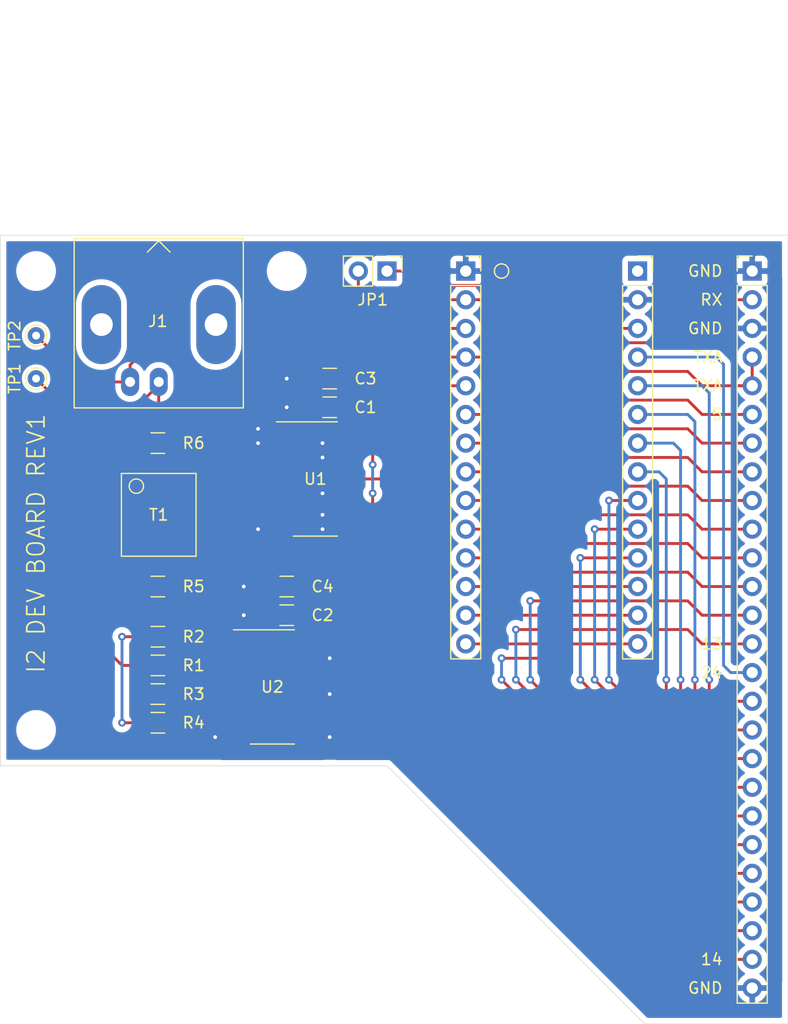
<source format=kicad_pcb>
(kicad_pcb (version 20171130) (host pcbnew 5.1.6)

  (general
    (thickness 1.6)
    (drawings 20)
    (tracks 384)
    (zones 0)
    (modules 23)
    (nets 38)
  )

  (page A4)
  (layers
    (0 F.Cu signal)
    (31 B.Cu signal)
    (32 B.Adhes user)
    (33 F.Adhes user)
    (34 B.Paste user)
    (35 F.Paste user)
    (36 B.SilkS user)
    (37 F.SilkS user)
    (38 B.Mask user)
    (39 F.Mask user)
    (40 Dwgs.User user)
    (41 Cmts.User user)
    (42 Eco1.User user)
    (43 Eco2.User user)
    (44 Edge.Cuts user)
    (45 Margin user)
    (46 B.CrtYd user)
    (47 F.CrtYd user)
    (48 B.Fab user)
    (49 F.Fab user hide)
  )

  (setup
    (last_trace_width 0.254)
    (trace_clearance 0.1524)
    (zone_clearance 0.508)
    (zone_45_only no)
    (trace_min 0.1524)
    (via_size 0.6858)
    (via_drill 0.3302)
    (via_min_size 0.508)
    (via_min_drill 0.254)
    (uvia_size 0.6858)
    (uvia_drill 0.3302)
    (uvias_allowed no)
    (uvia_min_size 0)
    (uvia_min_drill 0)
    (edge_width 0.05)
    (segment_width 0.2)
    (pcb_text_width 0.3)
    (pcb_text_size 1.5 1.5)
    (mod_edge_width 0.12)
    (mod_text_size 1 1)
    (mod_text_width 0.15)
    (pad_size 1.524 1.524)
    (pad_drill 0.762)
    (pad_to_mask_clearance 0.0508)
    (solder_mask_min_width 0.1016)
    (aux_axis_origin 0 0)
    (visible_elements FFFFFF7F)
    (pcbplotparams
      (layerselection 0x010fc_ffffffff)
      (usegerberextensions false)
      (usegerberattributes false)
      (usegerberadvancedattributes false)
      (creategerberjobfile false)
      (excludeedgelayer true)
      (linewidth 0.100000)
      (plotframeref false)
      (viasonmask false)
      (mode 1)
      (useauxorigin false)
      (hpglpennumber 1)
      (hpglpenspeed 20)
      (hpglpendiameter 15.000000)
      (psnegative false)
      (psa4output false)
      (plotreference true)
      (plotvalue true)
      (plotinvisibletext false)
      (padsonsilk false)
      (subtractmaskfromsilk false)
      (outputformat 1)
      (mirror false)
      (drillshape 0)
      (scaleselection 1)
      (outputdirectory "fabrication/"))
  )

  (net 0 "")
  (net 1 GND)
  (net 2 +3V3)
  (net 3 "Net-(R1-Pad2)")
  (net 4 TX+)
  (net 5 TX-)
  (net 6 "Net-(R2-Pad1)")
  (net 7 "Net-(R3-Pad2)")
  (net 8 "Net-(R4-Pad2)")
  (net 9 "Net-(J1-Pad2)")
  (net 10 "Net-(J1-Pad1)")
  (net 11 RX-)
  (net 12 RX+)
  (net 13 TINYFPGA_13)
  (net 14 TINYFPGA_12)
  (net 15 TINYFPGA_11)
  (net 16 TINYFPGA_10)
  (net 17 TINYFPGA_9)
  (net 18 TINYFPGA_8)
  (net 19 TINYFPGA_7)
  (net 20 TINYFPGA_6)
  (net 21 TINYFPGA_5)
  (net 22 RX)
  (net 23 TX_DELAY)
  (net 24 ~TX)
  (net 25 TX_ACTIVE)
  (net 26 TINYFPGA_14)
  (net 27 TINYFPGA_15)
  (net 28 TINYFPGA_16)
  (net 29 TINYFPGA_17)
  (net 30 TINYFPGA_18)
  (net 31 TINYFPGA_19)
  (net 32 TINYFPGA_20)
  (net 33 TINYFPGA_21)
  (net 34 TINYFPGA_22)
  (net 35 TINYFPGA_23)
  (net 36 TINYFPGA_24)
  (net 37 "Net-(J3-Pad3)")

  (net_class Default "This is the default net class."
    (clearance 0.1524)
    (trace_width 0.254)
    (via_dia 0.6858)
    (via_drill 0.3302)
    (uvia_dia 0.6858)
    (uvia_drill 0.3302)
    (add_net +3V3)
    (add_net GND)
    (add_net "Net-(J1-Pad1)")
    (add_net "Net-(J1-Pad2)")
    (add_net "Net-(J3-Pad3)")
    (add_net "Net-(R1-Pad2)")
    (add_net "Net-(R2-Pad1)")
    (add_net "Net-(R3-Pad2)")
    (add_net "Net-(R4-Pad2)")
    (add_net RX)
    (add_net RX+)
    (add_net RX-)
    (add_net TINYFPGA_10)
    (add_net TINYFPGA_11)
    (add_net TINYFPGA_12)
    (add_net TINYFPGA_13)
    (add_net TINYFPGA_14)
    (add_net TINYFPGA_15)
    (add_net TINYFPGA_16)
    (add_net TINYFPGA_17)
    (add_net TINYFPGA_18)
    (add_net TINYFPGA_19)
    (add_net TINYFPGA_20)
    (add_net TINYFPGA_21)
    (add_net TINYFPGA_22)
    (add_net TINYFPGA_23)
    (add_net TINYFPGA_24)
    (add_net TINYFPGA_5)
    (add_net TINYFPGA_6)
    (add_net TINYFPGA_7)
    (add_net TINYFPGA_8)
    (add_net TINYFPGA_9)
    (add_net TX+)
    (add_net TX-)
    (add_net TX_ACTIVE)
    (add_net TX_DELAY)
    (add_net ~TX)
  )

  (module Connector_PinHeader_2.54mm:PinHeader_1x26_P2.54mm_Vertical (layer F.Cu) (tedit 59FED5CC) (tstamp 5F251F73)
    (at 78.105 63.5)
    (descr "Through hole straight pin header, 1x26, 2.54mm pitch, single row")
    (tags "Through hole pin header THT 1x26 2.54mm single row")
    (path /5F2973B6)
    (fp_text reference J4 (at 0 -2.33) (layer F.SilkS) hide
      (effects (font (size 1 1) (thickness 0.15)))
    )
    (fp_text value Conn_01x26 (at 0 65.83) (layer F.Fab)
      (effects (font (size 1 1) (thickness 0.15)))
    )
    (fp_text user %R (at 0 31.75 90) (layer F.Fab)
      (effects (font (size 1 1) (thickness 0.15)))
    )
    (fp_line (start -0.635 -1.27) (end 1.27 -1.27) (layer F.Fab) (width 0.1))
    (fp_line (start 1.27 -1.27) (end 1.27 64.77) (layer F.Fab) (width 0.1))
    (fp_line (start 1.27 64.77) (end -1.27 64.77) (layer F.Fab) (width 0.1))
    (fp_line (start -1.27 64.77) (end -1.27 -0.635) (layer F.Fab) (width 0.1))
    (fp_line (start -1.27 -0.635) (end -0.635 -1.27) (layer F.Fab) (width 0.1))
    (fp_line (start -1.33 64.83) (end 1.33 64.83) (layer F.SilkS) (width 0.12))
    (fp_line (start -1.33 1.27) (end -1.33 64.83) (layer F.SilkS) (width 0.12))
    (fp_line (start 1.33 1.27) (end 1.33 64.83) (layer F.SilkS) (width 0.12))
    (fp_line (start -1.33 1.27) (end 1.33 1.27) (layer F.SilkS) (width 0.12))
    (fp_line (start -1.33 0) (end -1.33 -1.33) (layer F.SilkS) (width 0.12))
    (fp_line (start -1.33 -1.33) (end 0 -1.33) (layer F.SilkS) (width 0.12))
    (fp_line (start -1.8 -1.8) (end -1.8 65.3) (layer F.CrtYd) (width 0.05))
    (fp_line (start -1.8 65.3) (end 1.8 65.3) (layer F.CrtYd) (width 0.05))
    (fp_line (start 1.8 65.3) (end 1.8 -1.8) (layer F.CrtYd) (width 0.05))
    (fp_line (start 1.8 -1.8) (end -1.8 -1.8) (layer F.CrtYd) (width 0.05))
    (pad 26 thru_hole oval (at 0 63.5) (size 1.7 1.7) (drill 1) (layers *.Cu *.Mask)
      (net 1 GND))
    (pad 25 thru_hole oval (at 0 60.96) (size 1.7 1.7) (drill 1) (layers *.Cu *.Mask)
      (net 26 TINYFPGA_14))
    (pad 24 thru_hole oval (at 0 58.42) (size 1.7 1.7) (drill 1) (layers *.Cu *.Mask)
      (net 27 TINYFPGA_15))
    (pad 23 thru_hole oval (at 0 55.88) (size 1.7 1.7) (drill 1) (layers *.Cu *.Mask)
      (net 28 TINYFPGA_16))
    (pad 22 thru_hole oval (at 0 53.34) (size 1.7 1.7) (drill 1) (layers *.Cu *.Mask)
      (net 29 TINYFPGA_17))
    (pad 21 thru_hole oval (at 0 50.8) (size 1.7 1.7) (drill 1) (layers *.Cu *.Mask)
      (net 30 TINYFPGA_18))
    (pad 20 thru_hole oval (at 0 48.26) (size 1.7 1.7) (drill 1) (layers *.Cu *.Mask)
      (net 31 TINYFPGA_19))
    (pad 19 thru_hole oval (at 0 45.72) (size 1.7 1.7) (drill 1) (layers *.Cu *.Mask)
      (net 32 TINYFPGA_20))
    (pad 18 thru_hole oval (at 0 43.18) (size 1.7 1.7) (drill 1) (layers *.Cu *.Mask)
      (net 33 TINYFPGA_21))
    (pad 17 thru_hole oval (at 0 40.64) (size 1.7 1.7) (drill 1) (layers *.Cu *.Mask)
      (net 34 TINYFPGA_22))
    (pad 16 thru_hole oval (at 0 38.1) (size 1.7 1.7) (drill 1) (layers *.Cu *.Mask)
      (net 35 TINYFPGA_23))
    (pad 15 thru_hole oval (at 0 35.56) (size 1.7 1.7) (drill 1) (layers *.Cu *.Mask)
      (net 36 TINYFPGA_24))
    (pad 14 thru_hole oval (at 0 33.02) (size 1.7 1.7) (drill 1) (layers *.Cu *.Mask)
      (net 13 TINYFPGA_13))
    (pad 13 thru_hole oval (at 0 30.48) (size 1.7 1.7) (drill 1) (layers *.Cu *.Mask)
      (net 14 TINYFPGA_12))
    (pad 12 thru_hole oval (at 0 27.94) (size 1.7 1.7) (drill 1) (layers *.Cu *.Mask)
      (net 15 TINYFPGA_11))
    (pad 11 thru_hole oval (at 0 25.4) (size 1.7 1.7) (drill 1) (layers *.Cu *.Mask)
      (net 16 TINYFPGA_10))
    (pad 10 thru_hole oval (at 0 22.86) (size 1.7 1.7) (drill 1) (layers *.Cu *.Mask)
      (net 17 TINYFPGA_9))
    (pad 9 thru_hole oval (at 0 20.32) (size 1.7 1.7) (drill 1) (layers *.Cu *.Mask)
      (net 18 TINYFPGA_8))
    (pad 8 thru_hole oval (at 0 17.78) (size 1.7 1.7) (drill 1) (layers *.Cu *.Mask)
      (net 19 TINYFPGA_7))
    (pad 7 thru_hole oval (at 0 15.24) (size 1.7 1.7) (drill 1) (layers *.Cu *.Mask)
      (net 20 TINYFPGA_6))
    (pad 6 thru_hole oval (at 0 12.7) (size 1.7 1.7) (drill 1) (layers *.Cu *.Mask)
      (net 21 TINYFPGA_5))
    (pad 5 thru_hole oval (at 0 10.16) (size 1.7 1.7) (drill 1) (layers *.Cu *.Mask)
      (net 25 TX_ACTIVE))
    (pad 4 thru_hole oval (at 0 7.62) (size 1.7 1.7) (drill 1) (layers *.Cu *.Mask)
      (net 25 TX_ACTIVE))
    (pad 3 thru_hole oval (at 0 5.08) (size 1.7 1.7) (drill 1) (layers *.Cu *.Mask)
      (net 1 GND))
    (pad 2 thru_hole oval (at 0 2.54) (size 1.7 1.7) (drill 1) (layers *.Cu *.Mask)
      (net 22 RX))
    (pad 1 thru_hole rect (at 0 0) (size 1.7 1.7) (drill 1) (layers *.Cu *.Mask)
      (net 1 GND))
    (model ${KISYS3DMOD}/Connector_PinHeader_2.54mm.3dshapes/PinHeader_1x26_P2.54mm_Vertical.wrl
      (at (xyz 0 0 0))
      (scale (xyz 1 1 1))
      (rotate (xyz 0 0 0))
    )
  )

  (module Connector_PinHeader_2.54mm:PinHeader_1x02_P2.54mm_Vertical (layer F.Cu) (tedit 59FED5CC) (tstamp 5F251FAD)
    (at 45.72 63.5 270)
    (descr "Through hole straight pin header, 1x02, 2.54mm pitch, single row")
    (tags "Through hole pin header THT 1x02 2.54mm single row")
    (path /5F37AF2B)
    (fp_text reference JP1 (at 2.54 1.27 180) (layer F.SilkS)
      (effects (font (size 1 1) (thickness 0.15)))
    )
    (fp_text value Jumper_2_Bridged (at 0 4.87 90) (layer F.Fab)
      (effects (font (size 1 1) (thickness 0.15)))
    )
    (fp_text user %R (at 0 1.27) (layer F.Fab)
      (effects (font (size 1 1) (thickness 0.15)))
    )
    (fp_line (start -0.635 -1.27) (end 1.27 -1.27) (layer F.Fab) (width 0.1))
    (fp_line (start 1.27 -1.27) (end 1.27 3.81) (layer F.Fab) (width 0.1))
    (fp_line (start 1.27 3.81) (end -1.27 3.81) (layer F.Fab) (width 0.1))
    (fp_line (start -1.27 3.81) (end -1.27 -0.635) (layer F.Fab) (width 0.1))
    (fp_line (start -1.27 -0.635) (end -0.635 -1.27) (layer F.Fab) (width 0.1))
    (fp_line (start -1.33 3.87) (end 1.33 3.87) (layer F.SilkS) (width 0.12))
    (fp_line (start -1.33 1.27) (end -1.33 3.87) (layer F.SilkS) (width 0.12))
    (fp_line (start 1.33 1.27) (end 1.33 3.87) (layer F.SilkS) (width 0.12))
    (fp_line (start -1.33 1.27) (end 1.33 1.27) (layer F.SilkS) (width 0.12))
    (fp_line (start -1.33 0) (end -1.33 -1.33) (layer F.SilkS) (width 0.12))
    (fp_line (start -1.33 -1.33) (end 0 -1.33) (layer F.SilkS) (width 0.12))
    (fp_line (start -1.8 -1.8) (end -1.8 4.35) (layer F.CrtYd) (width 0.05))
    (fp_line (start -1.8 4.35) (end 1.8 4.35) (layer F.CrtYd) (width 0.05))
    (fp_line (start 1.8 4.35) (end 1.8 -1.8) (layer F.CrtYd) (width 0.05))
    (fp_line (start 1.8 -1.8) (end -1.8 -1.8) (layer F.CrtYd) (width 0.05))
    (pad 2 thru_hole oval (at 0 2.54 270) (size 1.7 1.7) (drill 1) (layers *.Cu *.Mask)
      (net 2 +3V3))
    (pad 1 thru_hole rect (at 0 0 270) (size 1.7 1.7) (drill 1) (layers *.Cu *.Mask)
      (net 37 "Net-(J3-Pad3)"))
    (model ${KISYS3DMOD}/Connector_PinHeader_2.54mm.3dshapes/PinHeader_1x02_P2.54mm_Vertical.wrl
      (at (xyz 0 0 0))
      (scale (xyz 1 1 1))
      (rotate (xyz 0 0 0))
    )
  )

  (module Connector_PinSocket_2.54mm:PinSocket_1x14_P2.54mm_Vertical (layer F.Cu) (tedit 5A19A434) (tstamp 5F251F46)
    (at 67.945 63.5)
    (descr "Through hole straight socket strip, 1x14, 2.54mm pitch, single row (from Kicad 4.0.7), script generated")
    (tags "Through hole socket strip THT 1x14 2.54mm single row")
    (path /5F295245)
    (fp_text reference J3 (at 0 -2.77) (layer F.SilkS) hide
      (effects (font (size 1 1) (thickness 0.15)))
    )
    (fp_text value Conn_01x14 (at 0 35.79) (layer F.Fab)
      (effects (font (size 1 1) (thickness 0.15)))
    )
    (fp_text user %R (at 0 16.51 90) (layer F.Fab)
      (effects (font (size 1 1) (thickness 0.15)))
    )
    (fp_line (start -1.27 -1.27) (end 0.635 -1.27) (layer F.Fab) (width 0.1))
    (fp_line (start 0.635 -1.27) (end 1.27 -0.635) (layer F.Fab) (width 0.1))
    (fp_line (start 1.27 -0.635) (end 1.27 34.29) (layer F.Fab) (width 0.1))
    (fp_line (start 1.27 34.29) (end -1.27 34.29) (layer F.Fab) (width 0.1))
    (fp_line (start -1.27 34.29) (end -1.27 -1.27) (layer F.Fab) (width 0.1))
    (fp_line (start -1.33 1.27) (end 1.33 1.27) (layer F.SilkS) (width 0.12))
    (fp_line (start -1.33 1.27) (end -1.33 34.35) (layer F.SilkS) (width 0.12))
    (fp_line (start -1.33 34.35) (end 1.33 34.35) (layer F.SilkS) (width 0.12))
    (fp_line (start 1.33 1.27) (end 1.33 34.35) (layer F.SilkS) (width 0.12))
    (fp_line (start 1.33 -1.33) (end 1.33 0) (layer F.SilkS) (width 0.12))
    (fp_line (start 0 -1.33) (end 1.33 -1.33) (layer F.SilkS) (width 0.12))
    (fp_line (start -1.8 -1.8) (end 1.75 -1.8) (layer F.CrtYd) (width 0.05))
    (fp_line (start 1.75 -1.8) (end 1.75 34.8) (layer F.CrtYd) (width 0.05))
    (fp_line (start 1.75 34.8) (end -1.8 34.8) (layer F.CrtYd) (width 0.05))
    (fp_line (start -1.8 34.8) (end -1.8 -1.8) (layer F.CrtYd) (width 0.05))
    (pad 14 thru_hole oval (at 0 33.02) (size 1.7 1.7) (drill 1) (layers *.Cu *.Mask)
      (net 26 TINYFPGA_14))
    (pad 13 thru_hole oval (at 0 30.48) (size 1.7 1.7) (drill 1) (layers *.Cu *.Mask)
      (net 27 TINYFPGA_15))
    (pad 12 thru_hole oval (at 0 27.94) (size 1.7 1.7) (drill 1) (layers *.Cu *.Mask)
      (net 28 TINYFPGA_16))
    (pad 11 thru_hole oval (at 0 25.4) (size 1.7 1.7) (drill 1) (layers *.Cu *.Mask)
      (net 29 TINYFPGA_17))
    (pad 10 thru_hole oval (at 0 22.86) (size 1.7 1.7) (drill 1) (layers *.Cu *.Mask)
      (net 30 TINYFPGA_18))
    (pad 9 thru_hole oval (at 0 20.32) (size 1.7 1.7) (drill 1) (layers *.Cu *.Mask)
      (net 31 TINYFPGA_19))
    (pad 8 thru_hole oval (at 0 17.78) (size 1.7 1.7) (drill 1) (layers *.Cu *.Mask)
      (net 32 TINYFPGA_20))
    (pad 7 thru_hole oval (at 0 15.24) (size 1.7 1.7) (drill 1) (layers *.Cu *.Mask)
      (net 33 TINYFPGA_21))
    (pad 6 thru_hole oval (at 0 12.7) (size 1.7 1.7) (drill 1) (layers *.Cu *.Mask)
      (net 34 TINYFPGA_22))
    (pad 5 thru_hole oval (at 0 10.16) (size 1.7 1.7) (drill 1) (layers *.Cu *.Mask)
      (net 35 TINYFPGA_23))
    (pad 4 thru_hole oval (at 0 7.62) (size 1.7 1.7) (drill 1) (layers *.Cu *.Mask)
      (net 36 TINYFPGA_24))
    (pad 3 thru_hole oval (at 0 5.08) (size 1.7 1.7) (drill 1) (layers *.Cu *.Mask)
      (net 37 "Net-(J3-Pad3)"))
    (pad 2 thru_hole oval (at 0 2.54) (size 1.7 1.7) (drill 1) (layers *.Cu *.Mask)
      (net 1 GND))
    (pad 1 thru_hole rect (at 0 0) (size 1.7 1.7) (drill 1) (layers *.Cu *.Mask))
    (model ${KISYS3DMOD}/Connector_PinSocket_2.54mm.3dshapes/PinSocket_1x14_P2.54mm_Vertical.wrl
      (at (xyz 0 0 0))
      (scale (xyz 1 1 1))
      (rotate (xyz 0 0 0))
    )
  )

  (module Connector_PinSocket_2.54mm:PinSocket_1x14_P2.54mm_Vertical (layer F.Cu) (tedit 5A19A434) (tstamp 5F251F24)
    (at 52.705 63.5)
    (descr "Through hole straight socket strip, 1x14, 2.54mm pitch, single row (from Kicad 4.0.7), script generated")
    (tags "Through hole socket strip THT 1x14 2.54mm single row")
    (path /5F2947AC)
    (fp_text reference J2 (at 0 -2.77) (layer F.SilkS) hide
      (effects (font (size 1 1) (thickness 0.15)))
    )
    (fp_text value Conn_01x14 (at 0 35.79) (layer F.Fab)
      (effects (font (size 1 1) (thickness 0.15)))
    )
    (fp_text user %R (at 0 16.51 90) (layer F.Fab)
      (effects (font (size 1 1) (thickness 0.15)))
    )
    (fp_line (start -1.27 -1.27) (end 0.635 -1.27) (layer F.Fab) (width 0.1))
    (fp_line (start 0.635 -1.27) (end 1.27 -0.635) (layer F.Fab) (width 0.1))
    (fp_line (start 1.27 -0.635) (end 1.27 34.29) (layer F.Fab) (width 0.1))
    (fp_line (start 1.27 34.29) (end -1.27 34.29) (layer F.Fab) (width 0.1))
    (fp_line (start -1.27 34.29) (end -1.27 -1.27) (layer F.Fab) (width 0.1))
    (fp_line (start -1.33 1.27) (end 1.33 1.27) (layer F.SilkS) (width 0.12))
    (fp_line (start -1.33 1.27) (end -1.33 34.35) (layer F.SilkS) (width 0.12))
    (fp_line (start -1.33 34.35) (end 1.33 34.35) (layer F.SilkS) (width 0.12))
    (fp_line (start 1.33 1.27) (end 1.33 34.35) (layer F.SilkS) (width 0.12))
    (fp_line (start 1.33 -1.33) (end 1.33 0) (layer F.SilkS) (width 0.12))
    (fp_line (start 0 -1.33) (end 1.33 -1.33) (layer F.SilkS) (width 0.12))
    (fp_line (start -1.8 -1.8) (end 1.75 -1.8) (layer F.CrtYd) (width 0.05))
    (fp_line (start 1.75 -1.8) (end 1.75 34.8) (layer F.CrtYd) (width 0.05))
    (fp_line (start 1.75 34.8) (end -1.8 34.8) (layer F.CrtYd) (width 0.05))
    (fp_line (start -1.8 34.8) (end -1.8 -1.8) (layer F.CrtYd) (width 0.05))
    (pad 14 thru_hole oval (at 0 33.02) (size 1.7 1.7) (drill 1) (layers *.Cu *.Mask)
      (net 13 TINYFPGA_13))
    (pad 13 thru_hole oval (at 0 30.48) (size 1.7 1.7) (drill 1) (layers *.Cu *.Mask)
      (net 14 TINYFPGA_12))
    (pad 12 thru_hole oval (at 0 27.94) (size 1.7 1.7) (drill 1) (layers *.Cu *.Mask)
      (net 15 TINYFPGA_11))
    (pad 11 thru_hole oval (at 0 25.4) (size 1.7 1.7) (drill 1) (layers *.Cu *.Mask)
      (net 16 TINYFPGA_10))
    (pad 10 thru_hole oval (at 0 22.86) (size 1.7 1.7) (drill 1) (layers *.Cu *.Mask)
      (net 17 TINYFPGA_9))
    (pad 9 thru_hole oval (at 0 20.32) (size 1.7 1.7) (drill 1) (layers *.Cu *.Mask)
      (net 18 TINYFPGA_8))
    (pad 8 thru_hole oval (at 0 17.78) (size 1.7 1.7) (drill 1) (layers *.Cu *.Mask)
      (net 19 TINYFPGA_7))
    (pad 7 thru_hole oval (at 0 15.24) (size 1.7 1.7) (drill 1) (layers *.Cu *.Mask)
      (net 20 TINYFPGA_6))
    (pad 6 thru_hole oval (at 0 12.7) (size 1.7 1.7) (drill 1) (layers *.Cu *.Mask)
      (net 21 TINYFPGA_5))
    (pad 5 thru_hole oval (at 0 10.16) (size 1.7 1.7) (drill 1) (layers *.Cu *.Mask)
      (net 24 ~TX))
    (pad 4 thru_hole oval (at 0 7.62) (size 1.7 1.7) (drill 1) (layers *.Cu *.Mask)
      (net 25 TX_ACTIVE))
    (pad 3 thru_hole oval (at 0 5.08) (size 1.7 1.7) (drill 1) (layers *.Cu *.Mask)
      (net 23 TX_DELAY))
    (pad 2 thru_hole oval (at 0 2.54) (size 1.7 1.7) (drill 1) (layers *.Cu *.Mask)
      (net 22 RX))
    (pad 1 thru_hole rect (at 0 0) (size 1.7 1.7) (drill 1) (layers *.Cu *.Mask)
      (net 1 GND))
    (model ${KISYS3DMOD}/Connector_PinSocket_2.54mm.3dshapes/PinSocket_1x14_P2.54mm_Vertical.wrl
      (at (xyz 0 0 0))
      (scale (xyz 1 1 1))
      (rotate (xyz 0 0 0))
    )
  )

  (module Package_SO:SOIC-16_3.9x9.9mm_P1.27mm (layer F.Cu) (tedit 5D9F72B1) (tstamp 5E58A091)
    (at 35.56 100.33)
    (descr "SOIC, 16 Pin (JEDEC MS-012AC, https://www.analog.com/media/en/package-pcb-resources/package/pkg_pdf/soic_narrow-r/r_16.pdf), generated with kicad-footprint-generator ipc_gullwing_generator.py")
    (tags "SOIC SO")
    (path /5E5493C4)
    (attr smd)
    (fp_text reference U2 (at 0 0) (layer F.SilkS)
      (effects (font (size 1 1) (thickness 0.15)))
    )
    (fp_text value DS34LV87T (at 0 5.9) (layer F.Fab)
      (effects (font (size 1 1) (thickness 0.15)))
    )
    (fp_line (start 0 5.06) (end 1.95 5.06) (layer F.SilkS) (width 0.12))
    (fp_line (start 0 5.06) (end -1.95 5.06) (layer F.SilkS) (width 0.12))
    (fp_line (start 0 -5.06) (end 1.95 -5.06) (layer F.SilkS) (width 0.12))
    (fp_line (start 0 -5.06) (end -3.45 -5.06) (layer F.SilkS) (width 0.12))
    (fp_line (start -0.975 -4.95) (end 1.95 -4.95) (layer F.Fab) (width 0.1))
    (fp_line (start 1.95 -4.95) (end 1.95 4.95) (layer F.Fab) (width 0.1))
    (fp_line (start 1.95 4.95) (end -1.95 4.95) (layer F.Fab) (width 0.1))
    (fp_line (start -1.95 4.95) (end -1.95 -3.975) (layer F.Fab) (width 0.1))
    (fp_line (start -1.95 -3.975) (end -0.975 -4.95) (layer F.Fab) (width 0.1))
    (fp_line (start -3.7 -5.2) (end -3.7 5.2) (layer F.CrtYd) (width 0.05))
    (fp_line (start -3.7 5.2) (end 3.7 5.2) (layer F.CrtYd) (width 0.05))
    (fp_line (start 3.7 5.2) (end 3.7 -5.2) (layer F.CrtYd) (width 0.05))
    (fp_line (start 3.7 -5.2) (end -3.7 -5.2) (layer F.CrtYd) (width 0.05))
    (fp_text user %R (at 0 0) (layer F.Fab)
      (effects (font (size 0.98 0.98) (thickness 0.15)))
    )
    (pad 16 smd roundrect (at 2.475 -4.445) (size 1.95 0.6) (layers F.Cu F.Paste F.Mask) (roundrect_rratio 0.25)
      (net 2 +3V3))
    (pad 15 smd roundrect (at 2.475 -3.175) (size 1.95 0.6) (layers F.Cu F.Paste F.Mask) (roundrect_rratio 0.25)
      (net 1 GND))
    (pad 14 smd roundrect (at 2.475 -1.905) (size 1.95 0.6) (layers F.Cu F.Paste F.Mask) (roundrect_rratio 0.25))
    (pad 13 smd roundrect (at 2.475 -0.635) (size 1.95 0.6) (layers F.Cu F.Paste F.Mask) (roundrect_rratio 0.25))
    (pad 12 smd roundrect (at 2.475 0.635) (size 1.95 0.6) (layers F.Cu F.Paste F.Mask) (roundrect_rratio 0.25)
      (net 1 GND))
    (pad 11 smd roundrect (at 2.475 1.905) (size 1.95 0.6) (layers F.Cu F.Paste F.Mask) (roundrect_rratio 0.25))
    (pad 10 smd roundrect (at 2.475 3.175) (size 1.95 0.6) (layers F.Cu F.Paste F.Mask) (roundrect_rratio 0.25))
    (pad 9 smd roundrect (at 2.475 4.445) (size 1.95 0.6) (layers F.Cu F.Paste F.Mask) (roundrect_rratio 0.25)
      (net 1 GND))
    (pad 8 smd roundrect (at -2.475 4.445) (size 1.95 0.6) (layers F.Cu F.Paste F.Mask) (roundrect_rratio 0.25)
      (net 1 GND))
    (pad 7 smd roundrect (at -2.475 3.175) (size 1.95 0.6) (layers F.Cu F.Paste F.Mask) (roundrect_rratio 0.25)
      (net 24 ~TX))
    (pad 6 smd roundrect (at -2.475 1.905) (size 1.95 0.6) (layers F.Cu F.Paste F.Mask) (roundrect_rratio 0.25)
      (net 8 "Net-(R4-Pad2)"))
    (pad 5 smd roundrect (at -2.475 0.635) (size 1.95 0.6) (layers F.Cu F.Paste F.Mask) (roundrect_rratio 0.25)
      (net 7 "Net-(R3-Pad2)"))
    (pad 4 smd roundrect (at -2.475 -0.635) (size 1.95 0.6) (layers F.Cu F.Paste F.Mask) (roundrect_rratio 0.25)
      (net 25 TX_ACTIVE))
    (pad 3 smd roundrect (at -2.475 -1.905) (size 1.95 0.6) (layers F.Cu F.Paste F.Mask) (roundrect_rratio 0.25)
      (net 3 "Net-(R1-Pad2)"))
    (pad 2 smd roundrect (at -2.475 -3.175) (size 1.95 0.6) (layers F.Cu F.Paste F.Mask) (roundrect_rratio 0.25)
      (net 6 "Net-(R2-Pad1)"))
    (pad 1 smd roundrect (at -2.475 -4.445) (size 1.95 0.6) (layers F.Cu F.Paste F.Mask) (roundrect_rratio 0.25)
      (net 23 TX_DELAY))
    (model ${KISYS3DMOD}/Package_SO.3dshapes/SOIC-16_3.9x9.9mm_P1.27mm.wrl
      (at (xyz 0 0 0))
      (scale (xyz 1 1 1))
      (rotate (xyz 0 0 0))
    )
  )

  (module MountingHole:MountingHole_2.5mm (layer F.Cu) (tedit 56D1B4CB) (tstamp 5E589DFD)
    (at 36.83 63.5)
    (descr "Mounting Hole 2.5mm, no annular")
    (tags "mounting hole 2.5mm no annular")
    (path /5EA7468E)
    (attr virtual)
    (fp_text reference H1 (at 0 -3.5) (layer F.SilkS) hide
      (effects (font (size 1 1) (thickness 0.15)))
    )
    (fp_text value MountingHole (at 0 3.5) (layer F.Fab)
      (effects (font (size 1 1) (thickness 0.15)))
    )
    (fp_circle (center 0 0) (end 2.5 0) (layer Cmts.User) (width 0.15))
    (fp_circle (center 0 0) (end 2.75 0) (layer F.CrtYd) (width 0.05))
    (fp_text user %R (at 0.3 0) (layer F.Fab)
      (effects (font (size 1 1) (thickness 0.15)))
    )
    (pad 1 np_thru_hole circle (at 0 0) (size 2.5 2.5) (drill 2.5) (layers *.Cu *.Mask))
  )

  (module MountingHole:MountingHole_2.5mm (layer F.Cu) (tedit 56D1B4CB) (tstamp 5E587925)
    (at 14.605 63.5)
    (descr "Mounting Hole 2.5mm, no annular")
    (tags "mounting hole 2.5mm no annular")
    (path /5E7F88CF)
    (attr virtual)
    (fp_text reference H3 (at 0 -3.5) (layer F.SilkS) hide
      (effects (font (size 1 1) (thickness 0.15)))
    )
    (fp_text value MountingHole (at 0 3.5) (layer F.Fab)
      (effects (font (size 1 1) (thickness 0.15)))
    )
    (fp_circle (center 0 0) (end 2.5 0) (layer Cmts.User) (width 0.15))
    (fp_circle (center 0 0) (end 2.75 0) (layer F.CrtYd) (width 0.05))
    (fp_text user %R (at 0.3 0) (layer F.Fab)
      (effects (font (size 1 1) (thickness 0.15)))
    )
    (pad 1 np_thru_hole circle (at 0 0) (size 2.5 2.5) (drill 2.5) (layers *.Cu *.Mask))
  )

  (module MountingHole:MountingHole_2.5mm (layer F.Cu) (tedit 56D1B4CB) (tstamp 5E58791D)
    (at 14.605 104.14)
    (descr "Mounting Hole 2.5mm, no annular")
    (tags "mounting hole 2.5mm no annular")
    (path /5E7DD51A)
    (attr virtual)
    (fp_text reference H2 (at 0 -3.5) (layer F.SilkS) hide
      (effects (font (size 1 1) (thickness 0.15)))
    )
    (fp_text value MountingHole (at 0 3.5) (layer F.Fab)
      (effects (font (size 1 1) (thickness 0.15)))
    )
    (fp_circle (center 0 0) (end 2.5 0) (layer Cmts.User) (width 0.15))
    (fp_circle (center 0 0) (end 2.75 0) (layer F.CrtYd) (width 0.05))
    (fp_text user %R (at 0.3 0) (layer F.Fab)
      (effects (font (size 1 1) (thickness 0.15)))
    )
    (pad 1 np_thru_hole circle (at 0 0) (size 2.5 2.5) (drill 2.5) (layers *.Cu *.Mask))
  )

  (module TestPoint:TestPoint_THTPad_D1.5mm_Drill0.7mm (layer F.Cu) (tedit 5A0F774F) (tstamp 5E551E7D)
    (at 14.605 69.215)
    (descr "THT pad as test Point, diameter 1.5mm, hole diameter 0.7mm")
    (tags "test point THT pad")
    (path /5E634054)
    (attr virtual)
    (fp_text reference TP2 (at -1.905 0 90) (layer F.SilkS)
      (effects (font (size 1 1) (thickness 0.15)))
    )
    (fp_text value TestPoint (at 0 1.75) (layer F.Fab)
      (effects (font (size 1 1) (thickness 0.15)))
    )
    (fp_circle (center 0 0) (end 1.25 0) (layer F.CrtYd) (width 0.05))
    (fp_circle (center 0 0) (end 0 0.95) (layer F.SilkS) (width 0.12))
    (fp_text user %R (at 0 -1.65) (layer F.Fab)
      (effects (font (size 1 1) (thickness 0.15)))
    )
    (pad 1 thru_hole circle (at 0 0) (size 1.5 1.5) (drill 0.7) (layers *.Cu *.Mask)
      (net 9 "Net-(J1-Pad2)"))
  )

  (module TestPoint:TestPoint_THTPad_D1.5mm_Drill0.7mm (layer F.Cu) (tedit 5A0F774F) (tstamp 5E551E75)
    (at 14.605 73.025)
    (descr "THT pad as test Point, diameter 1.5mm, hole diameter 0.7mm")
    (tags "test point THT pad")
    (path /5E6333D6)
    (attr virtual)
    (fp_text reference TP1 (at -1.905 0 90) (layer F.SilkS)
      (effects (font (size 1 1) (thickness 0.15)))
    )
    (fp_text value TestPoint (at 0 1.75) (layer F.Fab)
      (effects (font (size 1 1) (thickness 0.15)))
    )
    (fp_circle (center 0 0) (end 1.25 0) (layer F.CrtYd) (width 0.05))
    (fp_circle (center 0 0) (end 0 0.95) (layer F.SilkS) (width 0.12))
    (fp_text user %R (at 0 -1.65) (layer F.Fab)
      (effects (font (size 1 1) (thickness 0.15)))
    )
    (pad 1 thru_hole circle (at 0 0) (size 1.5 1.5) (drill 0.7) (layers *.Cu *.Mask)
      (net 10 "Net-(J1-Pad1)"))
  )

  (module Package_SO:SOIC-16_3.9x9.9mm_P1.27mm (layer F.Cu) (tedit 5D9F72B1) (tstamp 5E54A5BE)
    (at 39.37 81.915)
    (descr "SOIC, 16 Pin (JEDEC MS-012AC, https://www.analog.com/media/en/package-pcb-resources/package/pkg_pdf/soic_narrow-r/r_16.pdf), generated with kicad-footprint-generator ipc_gullwing_generator.py")
    (tags "SOIC SO")
    (path /5E547B24)
    (attr smd)
    (fp_text reference U1 (at 0 0 180) (layer F.SilkS)
      (effects (font (size 1 1) (thickness 0.15)))
    )
    (fp_text value DS34LV86T (at 0 5.9) (layer F.Fab)
      (effects (font (size 1 1) (thickness 0.15)))
    )
    (fp_line (start 0 5.06) (end 1.95 5.06) (layer F.SilkS) (width 0.12))
    (fp_line (start 0 5.06) (end -1.95 5.06) (layer F.SilkS) (width 0.12))
    (fp_line (start 0 -5.06) (end 1.95 -5.06) (layer F.SilkS) (width 0.12))
    (fp_line (start 0 -5.06) (end -3.45 -5.06) (layer F.SilkS) (width 0.12))
    (fp_line (start -0.975 -4.95) (end 1.95 -4.95) (layer F.Fab) (width 0.1))
    (fp_line (start 1.95 -4.95) (end 1.95 4.95) (layer F.Fab) (width 0.1))
    (fp_line (start 1.95 4.95) (end -1.95 4.95) (layer F.Fab) (width 0.1))
    (fp_line (start -1.95 4.95) (end -1.95 -3.975) (layer F.Fab) (width 0.1))
    (fp_line (start -1.95 -3.975) (end -0.975 -4.95) (layer F.Fab) (width 0.1))
    (fp_line (start -3.7 -5.2) (end -3.7 5.2) (layer F.CrtYd) (width 0.05))
    (fp_line (start -3.7 5.2) (end 3.7 5.2) (layer F.CrtYd) (width 0.05))
    (fp_line (start 3.7 5.2) (end 3.7 -5.2) (layer F.CrtYd) (width 0.05))
    (fp_line (start 3.7 -5.2) (end -3.7 -5.2) (layer F.CrtYd) (width 0.05))
    (fp_text user %R (at 0 0) (layer F.Fab)
      (effects (font (size 0.98 0.98) (thickness 0.15)))
    )
    (pad 16 smd roundrect (at 2.475 -4.445) (size 1.95 0.6) (layers F.Cu F.Paste F.Mask) (roundrect_rratio 0.25)
      (net 2 +3V3))
    (pad 15 smd roundrect (at 2.475 -3.175) (size 1.95 0.6) (layers F.Cu F.Paste F.Mask) (roundrect_rratio 0.25)
      (net 1 GND))
    (pad 14 smd roundrect (at 2.475 -1.905) (size 1.95 0.6) (layers F.Cu F.Paste F.Mask) (roundrect_rratio 0.25)
      (net 1 GND))
    (pad 13 smd roundrect (at 2.475 -0.635) (size 1.95 0.6) (layers F.Cu F.Paste F.Mask) (roundrect_rratio 0.25))
    (pad 12 smd roundrect (at 2.475 0.635) (size 1.95 0.6) (layers F.Cu F.Paste F.Mask) (roundrect_rratio 0.25)
      (net 1 GND))
    (pad 11 smd roundrect (at 2.475 1.905) (size 1.95 0.6) (layers F.Cu F.Paste F.Mask) (roundrect_rratio 0.25))
    (pad 10 smd roundrect (at 2.475 3.175) (size 1.95 0.6) (layers F.Cu F.Paste F.Mask) (roundrect_rratio 0.25)
      (net 1 GND))
    (pad 9 smd roundrect (at 2.475 4.445) (size 1.95 0.6) (layers F.Cu F.Paste F.Mask) (roundrect_rratio 0.25)
      (net 1 GND))
    (pad 8 smd roundrect (at -2.475 4.445) (size 1.95 0.6) (layers F.Cu F.Paste F.Mask) (roundrect_rratio 0.25)
      (net 1 GND))
    (pad 7 smd roundrect (at -2.475 3.175) (size 1.95 0.6) (layers F.Cu F.Paste F.Mask) (roundrect_rratio 0.25)
      (net 11 RX-))
    (pad 6 smd roundrect (at -2.475 1.905) (size 1.95 0.6) (layers F.Cu F.Paste F.Mask) (roundrect_rratio 0.25)
      (net 12 RX+))
    (pad 5 smd roundrect (at -2.475 0.635) (size 1.95 0.6) (layers F.Cu F.Paste F.Mask) (roundrect_rratio 0.25)
      (net 22 RX))
    (pad 4 smd roundrect (at -2.475 -0.635) (size 1.95 0.6) (layers F.Cu F.Paste F.Mask) (roundrect_rratio 0.25)
      (net 2 +3V3))
    (pad 3 smd roundrect (at -2.475 -1.905) (size 1.95 0.6) (layers F.Cu F.Paste F.Mask) (roundrect_rratio 0.25))
    (pad 2 smd roundrect (at -2.475 -3.175) (size 1.95 0.6) (layers F.Cu F.Paste F.Mask) (roundrect_rratio 0.25)
      (net 1 GND))
    (pad 1 smd roundrect (at -2.475 -4.445) (size 1.95 0.6) (layers F.Cu F.Paste F.Mask) (roundrect_rratio 0.25)
      (net 1 GND))
    (model ${KISYS3DMOD}/Package_SO.3dshapes/SOIC-16_3.9x9.9mm_P1.27mm.wrl
      (at (xyz 0 0 0))
      (scale (xyz 1 1 1))
      (rotate (xyz 0 0 0))
    )
  )

  (module Connector_Coaxial:BNC_Amphenol_B6252HB-NPP3G-50_Horizontal (layer F.Cu) (tedit 5C13907B) (tstamp 5E5509EF)
    (at 25.48 73.32)
    (descr http://www.farnell.com/datasheets/612848.pdf)
    (tags "BNC Amphenol Horizontal")
    (path /5E553E3C)
    (fp_text reference J1 (at -0.08 -5.375) (layer F.SilkS)
      (effects (font (size 1 1) (thickness 0.15)))
    )
    (fp_text value Conn_Coaxial (at 0 6 180) (layer F.Fab)
      (effects (font (size 1 1) (thickness 0.15)))
    )
    (fp_line (start -5 -20) (end 5 -21) (layer F.Fab) (width 0.1))
    (fp_line (start -5 -19) (end 5 -20) (layer F.Fab) (width 0.1))
    (fp_line (start -5 -18) (end 5 -19) (layer F.Fab) (width 0.1))
    (fp_line (start -5 -17) (end 5 -18) (layer F.Fab) (width 0.1))
    (fp_line (start -5 -16) (end 5 -17) (layer F.Fab) (width 0.1))
    (fp_line (start -5 -15) (end 5 -16) (layer F.Fab) (width 0.1))
    (fp_circle (center 0 -28.07) (end 1 -28.07) (layer F.Fab) (width 0.1))
    (fp_line (start 4.8 -21.4) (end 4.8 -33.3) (layer F.Fab) (width 0.1))
    (fp_line (start 4.8 -33.3) (end -4.8 -33.3) (layer F.Fab) (width 0.1))
    (fp_line (start -4.8 -33.3) (end -4.8 -21.4) (layer F.Fab) (width 0.1))
    (fp_line (start 6.35 -12.7) (end 6.35 -21.4) (layer F.Fab) (width 0.1))
    (fp_line (start 6.35 -21.4) (end -6.35 -21.4) (layer F.Fab) (width 0.1))
    (fp_line (start -6.35 -21.4) (end -6.35 -12.7) (layer F.Fab) (width 0.1))
    (fp_line (start -7.35 2.2) (end 7.35 2.2) (layer F.Fab) (width 0.1))
    (fp_line (start 7.35 2.2) (end 7.35 -12.7) (layer F.Fab) (width 0.1))
    (fp_line (start 7.35 -12.7) (end -7.35 -12.7) (layer F.Fab) (width 0.1))
    (fp_line (start -7.35 -12.7) (end -7.35 2.2) (layer F.Fab) (width 0.1))
    (fp_line (start -5 -14) (end 5 -15) (layer F.Fab) (width 0.1))
    (fp_line (start -7.5 -12.7) (end 7.5 -12.7) (layer F.SilkS) (width 0.12))
    (fp_line (start 7.5 -12.7) (end 7.5 2.3) (layer F.SilkS) (width 0.12))
    (fp_line (start 7.5 2.3) (end -7.5 2.3) (layer F.SilkS) (width 0.12))
    (fp_line (start -7.5 2.3) (end -7.5 -12.7) (layer F.SilkS) (width 0.12))
    (fp_line (start -7.85 2.7) (end 7.85 2.7) (layer F.CrtYd) (width 0.05))
    (fp_line (start -7.85 2.7) (end -7.85 -33.8) (layer F.CrtYd) (width 0.05))
    (fp_line (start 7.85 -33.8) (end -7.85 -33.8) (layer F.CrtYd) (width 0.05))
    (fp_line (start 7.85 2.7) (end 7.85 -33.8) (layer F.CrtYd) (width 0.05))
    (fp_line (start 0 -12.5) (end -1 -11.5) (layer F.SilkS) (width 0.12))
    (fp_line (start 0 -12.5) (end 1 -11.5) (layer F.SilkS) (width 0.12))
    (fp_text user %R (at 0 0) (layer F.Fab)
      (effects (font (size 1 1) (thickness 0.15)))
    )
    (pad 2 thru_hole oval (at -2.54 0) (size 1.6 2.5) (drill 0.89) (layers *.Cu *.Mask)
      (net 9 "Net-(J1-Pad2)"))
    (pad 1 thru_hole oval (at 0 0) (size 1.6 2.5) (drill 0.89) (layers *.Cu *.Mask)
      (net 10 "Net-(J1-Pad1)"))
    (pad 2 thru_hole oval (at 5.08 -5.08) (size 3.5 7) (drill 2.01) (layers *.Cu *.Mask)
      (net 9 "Net-(J1-Pad2)"))
    (pad 2 thru_hole oval (at -5.08 -5.08) (size 3.5 7) (drill 2.01) (layers *.Cu *.Mask)
      (net 9 "Net-(J1-Pad2)"))
    (model ${KISYS3DMOD}/Connector_Coaxial.3dshapes/BNC_Amphenol_B6252HB-NPP3G-50_Horizontal.wrl
      (at (xyz 0 0 0))
      (scale (xyz 1 1 1))
      (rotate (xyz 0 0 0))
    )
  )

  (module Resistor_SMD:R_1206_3216Metric (layer F.Cu) (tedit 5B301BBD) (tstamp 5E5670BC)
    (at 25.4 78.74)
    (descr "Resistor SMD 1206 (3216 Metric), square (rectangular) end terminal, IPC_7351 nominal, (Body size source: http://www.tortai-tech.com/upload/download/2011102023233369053.pdf), generated with kicad-footprint-generator")
    (tags resistor)
    (path /5E557D53)
    (attr smd)
    (fp_text reference R6 (at 3.175 0) (layer F.SilkS)
      (effects (font (size 1 1) (thickness 0.15)))
    )
    (fp_text value 120 (at 0 1.82) (layer F.Fab)
      (effects (font (size 1 1) (thickness 0.15)))
    )
    (fp_line (start -1.6 0.8) (end -1.6 -0.8) (layer F.Fab) (width 0.1))
    (fp_line (start -1.6 -0.8) (end 1.6 -0.8) (layer F.Fab) (width 0.1))
    (fp_line (start 1.6 -0.8) (end 1.6 0.8) (layer F.Fab) (width 0.1))
    (fp_line (start 1.6 0.8) (end -1.6 0.8) (layer F.Fab) (width 0.1))
    (fp_line (start -0.602064 -0.91) (end 0.602064 -0.91) (layer F.SilkS) (width 0.12))
    (fp_line (start -0.602064 0.91) (end 0.602064 0.91) (layer F.SilkS) (width 0.12))
    (fp_line (start -2.28 1.12) (end -2.28 -1.12) (layer F.CrtYd) (width 0.05))
    (fp_line (start -2.28 -1.12) (end 2.28 -1.12) (layer F.CrtYd) (width 0.05))
    (fp_line (start 2.28 -1.12) (end 2.28 1.12) (layer F.CrtYd) (width 0.05))
    (fp_line (start 2.28 1.12) (end -2.28 1.12) (layer F.CrtYd) (width 0.05))
    (fp_text user %R (at 0 0) (layer F.Fab)
      (effects (font (size 0.8 0.8) (thickness 0.12)))
    )
    (pad 2 smd roundrect (at 1.4 0) (size 1.25 1.75) (layers F.Cu F.Paste F.Mask) (roundrect_rratio 0.2)
      (net 9 "Net-(J1-Pad2)"))
    (pad 1 smd roundrect (at -1.4 0) (size 1.25 1.75) (layers F.Cu F.Paste F.Mask) (roundrect_rratio 0.2)
      (net 10 "Net-(J1-Pad1)"))
    (model ${KISYS3DMOD}/Resistor_SMD.3dshapes/R_1206_3216Metric.wrl
      (at (xyz 0 0 0))
      (scale (xyz 1 1 1))
      (rotate (xyz 0 0 0))
    )
  )

  (module Resistor_SMD:R_1206_3216Metric (layer F.Cu) (tedit 5B301BBD) (tstamp 5E550A44)
    (at 25.4 91.44 180)
    (descr "Resistor SMD 1206 (3216 Metric), square (rectangular) end terminal, IPC_7351 nominal, (Body size source: http://www.tortai-tech.com/upload/download/2011102023233369053.pdf), generated with kicad-footprint-generator")
    (tags resistor)
    (path /5E6199CC)
    (attr smd)
    (fp_text reference R5 (at -3.175 0) (layer F.SilkS)
      (effects (font (size 1 1) (thickness 0.15)))
    )
    (fp_text value 510 (at 0 1.82) (layer F.Fab)
      (effects (font (size 1 1) (thickness 0.15)))
    )
    (fp_line (start -1.6 0.8) (end -1.6 -0.8) (layer F.Fab) (width 0.1))
    (fp_line (start -1.6 -0.8) (end 1.6 -0.8) (layer F.Fab) (width 0.1))
    (fp_line (start 1.6 -0.8) (end 1.6 0.8) (layer F.Fab) (width 0.1))
    (fp_line (start 1.6 0.8) (end -1.6 0.8) (layer F.Fab) (width 0.1))
    (fp_line (start -0.602064 -0.91) (end 0.602064 -0.91) (layer F.SilkS) (width 0.12))
    (fp_line (start -0.602064 0.91) (end 0.602064 0.91) (layer F.SilkS) (width 0.12))
    (fp_line (start -2.28 1.12) (end -2.28 -1.12) (layer F.CrtYd) (width 0.05))
    (fp_line (start -2.28 -1.12) (end 2.28 -1.12) (layer F.CrtYd) (width 0.05))
    (fp_line (start 2.28 -1.12) (end 2.28 1.12) (layer F.CrtYd) (width 0.05))
    (fp_line (start 2.28 1.12) (end -2.28 1.12) (layer F.CrtYd) (width 0.05))
    (fp_text user %R (at 0 0) (layer F.Fab)
      (effects (font (size 0.8 0.8) (thickness 0.12)))
    )
    (pad 2 smd roundrect (at 1.4 0 180) (size 1.25 1.75) (layers F.Cu F.Paste F.Mask) (roundrect_rratio 0.2)
      (net 4 TX+))
    (pad 1 smd roundrect (at -1.4 0 180) (size 1.25 1.75) (layers F.Cu F.Paste F.Mask) (roundrect_rratio 0.2)
      (net 5 TX-))
    (model ${KISYS3DMOD}/Resistor_SMD.3dshapes/R_1206_3216Metric.wrl
      (at (xyz 0 0 0))
      (scale (xyz 1 1 1))
      (rotate (xyz 0 0 0))
    )
  )

  (module Resistor_SMD:R_1206_3216Metric (layer F.Cu) (tedit 5B301BBD) (tstamp 5E550A33)
    (at 25.4 103.505)
    (descr "Resistor SMD 1206 (3216 Metric), square (rectangular) end terminal, IPC_7351 nominal, (Body size source: http://www.tortai-tech.com/upload/download/2011102023233369053.pdf), generated with kicad-footprint-generator")
    (tags resistor)
    (path /5E54DB5F)
    (attr smd)
    (fp_text reference R4 (at 3.175 0) (layer F.SilkS)
      (effects (font (size 1 1) (thickness 0.15)))
    )
    (fp_text value 33 (at 0 1.82) (layer F.Fab)
      (effects (font (size 1 1) (thickness 0.15)))
    )
    (fp_line (start -1.6 0.8) (end -1.6 -0.8) (layer F.Fab) (width 0.1))
    (fp_line (start -1.6 -0.8) (end 1.6 -0.8) (layer F.Fab) (width 0.1))
    (fp_line (start 1.6 -0.8) (end 1.6 0.8) (layer F.Fab) (width 0.1))
    (fp_line (start 1.6 0.8) (end -1.6 0.8) (layer F.Fab) (width 0.1))
    (fp_line (start -0.602064 -0.91) (end 0.602064 -0.91) (layer F.SilkS) (width 0.12))
    (fp_line (start -0.602064 0.91) (end 0.602064 0.91) (layer F.SilkS) (width 0.12))
    (fp_line (start -2.28 1.12) (end -2.28 -1.12) (layer F.CrtYd) (width 0.05))
    (fp_line (start -2.28 -1.12) (end 2.28 -1.12) (layer F.CrtYd) (width 0.05))
    (fp_line (start 2.28 -1.12) (end 2.28 1.12) (layer F.CrtYd) (width 0.05))
    (fp_line (start 2.28 1.12) (end -2.28 1.12) (layer F.CrtYd) (width 0.05))
    (fp_text user %R (at 0 0) (layer F.Fab)
      (effects (font (size 0.8 0.8) (thickness 0.12)))
    )
    (pad 2 smd roundrect (at 1.4 0) (size 1.25 1.75) (layers F.Cu F.Paste F.Mask) (roundrect_rratio 0.2)
      (net 8 "Net-(R4-Pad2)"))
    (pad 1 smd roundrect (at -1.4 0) (size 1.25 1.75) (layers F.Cu F.Paste F.Mask) (roundrect_rratio 0.2)
      (net 5 TX-))
    (model ${KISYS3DMOD}/Resistor_SMD.3dshapes/R_1206_3216Metric.wrl
      (at (xyz 0 0 0))
      (scale (xyz 1 1 1))
      (rotate (xyz 0 0 0))
    )
  )

  (module Resistor_SMD:R_1206_3216Metric (layer F.Cu) (tedit 5B301BBD) (tstamp 5E550A22)
    (at 25.4 100.965)
    (descr "Resistor SMD 1206 (3216 Metric), square (rectangular) end terminal, IPC_7351 nominal, (Body size source: http://www.tortai-tech.com/upload/download/2011102023233369053.pdf), generated with kicad-footprint-generator")
    (tags resistor)
    (path /5E54D7AD)
    (attr smd)
    (fp_text reference R3 (at 3.175 0) (layer F.SilkS)
      (effects (font (size 1 1) (thickness 0.15)))
    )
    (fp_text value 33 (at 0 1.82) (layer F.Fab)
      (effects (font (size 1 1) (thickness 0.15)))
    )
    (fp_line (start -1.6 0.8) (end -1.6 -0.8) (layer F.Fab) (width 0.1))
    (fp_line (start -1.6 -0.8) (end 1.6 -0.8) (layer F.Fab) (width 0.1))
    (fp_line (start 1.6 -0.8) (end 1.6 0.8) (layer F.Fab) (width 0.1))
    (fp_line (start 1.6 0.8) (end -1.6 0.8) (layer F.Fab) (width 0.1))
    (fp_line (start -0.602064 -0.91) (end 0.602064 -0.91) (layer F.SilkS) (width 0.12))
    (fp_line (start -0.602064 0.91) (end 0.602064 0.91) (layer F.SilkS) (width 0.12))
    (fp_line (start -2.28 1.12) (end -2.28 -1.12) (layer F.CrtYd) (width 0.05))
    (fp_line (start -2.28 -1.12) (end 2.28 -1.12) (layer F.CrtYd) (width 0.05))
    (fp_line (start 2.28 -1.12) (end 2.28 1.12) (layer F.CrtYd) (width 0.05))
    (fp_line (start 2.28 1.12) (end -2.28 1.12) (layer F.CrtYd) (width 0.05))
    (fp_text user %R (at 0 0) (layer F.Fab)
      (effects (font (size 0.8 0.8) (thickness 0.12)))
    )
    (pad 2 smd roundrect (at 1.4 0) (size 1.25 1.75) (layers F.Cu F.Paste F.Mask) (roundrect_rratio 0.2)
      (net 7 "Net-(R3-Pad2)"))
    (pad 1 smd roundrect (at -1.4 0) (size 1.25 1.75) (layers F.Cu F.Paste F.Mask) (roundrect_rratio 0.2)
      (net 4 TX+))
    (model ${KISYS3DMOD}/Resistor_SMD.3dshapes/R_1206_3216Metric.wrl
      (at (xyz 0 0 0))
      (scale (xyz 1 1 1))
      (rotate (xyz 0 0 0))
    )
  )

  (module Resistor_SMD:R_1206_3216Metric (layer F.Cu) (tedit 5B301BBD) (tstamp 5E550A11)
    (at 25.4 95.885 180)
    (descr "Resistor SMD 1206 (3216 Metric), square (rectangular) end terminal, IPC_7351 nominal, (Body size source: http://www.tortai-tech.com/upload/download/2011102023233369053.pdf), generated with kicad-footprint-generator")
    (tags resistor)
    (path /5E54B6A7)
    (attr smd)
    (fp_text reference R2 (at -3.175 0) (layer F.SilkS)
      (effects (font (size 1 1) (thickness 0.15)))
    )
    (fp_text value 150 (at 0 1.82) (layer F.Fab)
      (effects (font (size 1 1) (thickness 0.15)))
    )
    (fp_line (start -1.6 0.8) (end -1.6 -0.8) (layer F.Fab) (width 0.1))
    (fp_line (start -1.6 -0.8) (end 1.6 -0.8) (layer F.Fab) (width 0.1))
    (fp_line (start 1.6 -0.8) (end 1.6 0.8) (layer F.Fab) (width 0.1))
    (fp_line (start 1.6 0.8) (end -1.6 0.8) (layer F.Fab) (width 0.1))
    (fp_line (start -0.602064 -0.91) (end 0.602064 -0.91) (layer F.SilkS) (width 0.12))
    (fp_line (start -0.602064 0.91) (end 0.602064 0.91) (layer F.SilkS) (width 0.12))
    (fp_line (start -2.28 1.12) (end -2.28 -1.12) (layer F.CrtYd) (width 0.05))
    (fp_line (start -2.28 -1.12) (end 2.28 -1.12) (layer F.CrtYd) (width 0.05))
    (fp_line (start 2.28 -1.12) (end 2.28 1.12) (layer F.CrtYd) (width 0.05))
    (fp_line (start 2.28 1.12) (end -2.28 1.12) (layer F.CrtYd) (width 0.05))
    (fp_text user %R (at 0 0) (layer F.Fab)
      (effects (font (size 0.8 0.8) (thickness 0.12)))
    )
    (pad 2 smd roundrect (at 1.4 0 180) (size 1.25 1.75) (layers F.Cu F.Paste F.Mask) (roundrect_rratio 0.2)
      (net 5 TX-))
    (pad 1 smd roundrect (at -1.4 0 180) (size 1.25 1.75) (layers F.Cu F.Paste F.Mask) (roundrect_rratio 0.2)
      (net 6 "Net-(R2-Pad1)"))
    (model ${KISYS3DMOD}/Resistor_SMD.3dshapes/R_1206_3216Metric.wrl
      (at (xyz 0 0 0))
      (scale (xyz 1 1 1))
      (rotate (xyz 0 0 0))
    )
  )

  (module Resistor_SMD:R_1206_3216Metric (layer F.Cu) (tedit 5B301BBD) (tstamp 5E550A00)
    (at 25.4 98.425)
    (descr "Resistor SMD 1206 (3216 Metric), square (rectangular) end terminal, IPC_7351 nominal, (Body size source: http://www.tortai-tech.com/upload/download/2011102023233369053.pdf), generated with kicad-footprint-generator")
    (tags resistor)
    (path /5E54D26E)
    (attr smd)
    (fp_text reference R1 (at 3.175 0) (layer F.SilkS)
      (effects (font (size 1 1) (thickness 0.15)))
    )
    (fp_text value 150 (at 0 1.82) (layer F.Fab)
      (effects (font (size 1 1) (thickness 0.15)))
    )
    (fp_line (start -1.6 0.8) (end -1.6 -0.8) (layer F.Fab) (width 0.1))
    (fp_line (start -1.6 -0.8) (end 1.6 -0.8) (layer F.Fab) (width 0.1))
    (fp_line (start 1.6 -0.8) (end 1.6 0.8) (layer F.Fab) (width 0.1))
    (fp_line (start 1.6 0.8) (end -1.6 0.8) (layer F.Fab) (width 0.1))
    (fp_line (start -0.602064 -0.91) (end 0.602064 -0.91) (layer F.SilkS) (width 0.12))
    (fp_line (start -0.602064 0.91) (end 0.602064 0.91) (layer F.SilkS) (width 0.12))
    (fp_line (start -2.28 1.12) (end -2.28 -1.12) (layer F.CrtYd) (width 0.05))
    (fp_line (start -2.28 -1.12) (end 2.28 -1.12) (layer F.CrtYd) (width 0.05))
    (fp_line (start 2.28 -1.12) (end 2.28 1.12) (layer F.CrtYd) (width 0.05))
    (fp_line (start 2.28 1.12) (end -2.28 1.12) (layer F.CrtYd) (width 0.05))
    (fp_text user %R (at 0 0) (layer F.Fab)
      (effects (font (size 0.8 0.8) (thickness 0.12)))
    )
    (pad 2 smd roundrect (at 1.4 0) (size 1.25 1.75) (layers F.Cu F.Paste F.Mask) (roundrect_rratio 0.2)
      (net 3 "Net-(R1-Pad2)"))
    (pad 1 smd roundrect (at -1.4 0) (size 1.25 1.75) (layers F.Cu F.Paste F.Mask) (roundrect_rratio 0.2)
      (net 4 TX+))
    (model ${KISYS3DMOD}/Resistor_SMD.3dshapes/R_1206_3216Metric.wrl
      (at (xyz 0 0 0))
      (scale (xyz 1 1 1))
      (rotate (xyz 0 0 0))
    )
  )

  (module Capacitor_SMD:C_1206_3216Metric (layer F.Cu) (tedit 5B301BBE) (tstamp 5F259955)
    (at 40.64 73.025 180)
    (descr "Capacitor SMD 1206 (3216 Metric), square (rectangular) end terminal, IPC_7351 nominal, (Body size source: http://www.tortai-tech.com/upload/download/2011102023233369053.pdf), generated with kicad-footprint-generator")
    (tags capacitor)
    (path /5E76F4CE)
    (attr smd)
    (fp_text reference C3 (at -3.175 0) (layer F.SilkS)
      (effects (font (size 1 1) (thickness 0.15)))
    )
    (fp_text value 0.01uF (at 0 1.82) (layer F.Fab)
      (effects (font (size 1 1) (thickness 0.15)))
    )
    (fp_line (start -1.6 0.8) (end -1.6 -0.8) (layer F.Fab) (width 0.1))
    (fp_line (start -1.6 -0.8) (end 1.6 -0.8) (layer F.Fab) (width 0.1))
    (fp_line (start 1.6 -0.8) (end 1.6 0.8) (layer F.Fab) (width 0.1))
    (fp_line (start 1.6 0.8) (end -1.6 0.8) (layer F.Fab) (width 0.1))
    (fp_line (start -0.602064 -0.91) (end 0.602064 -0.91) (layer F.SilkS) (width 0.12))
    (fp_line (start -0.602064 0.91) (end 0.602064 0.91) (layer F.SilkS) (width 0.12))
    (fp_line (start -2.28 1.12) (end -2.28 -1.12) (layer F.CrtYd) (width 0.05))
    (fp_line (start -2.28 -1.12) (end 2.28 -1.12) (layer F.CrtYd) (width 0.05))
    (fp_line (start 2.28 -1.12) (end 2.28 1.12) (layer F.CrtYd) (width 0.05))
    (fp_line (start 2.28 1.12) (end -2.28 1.12) (layer F.CrtYd) (width 0.05))
    (fp_text user %R (at 0 0) (layer F.Fab)
      (effects (font (size 0.8 0.8) (thickness 0.12)))
    )
    (pad 2 smd roundrect (at 1.4 0 180) (size 1.25 1.75) (layers F.Cu F.Paste F.Mask) (roundrect_rratio 0.2)
      (net 1 GND))
    (pad 1 smd roundrect (at -1.4 0 180) (size 1.25 1.75) (layers F.Cu F.Paste F.Mask) (roundrect_rratio 0.2)
      (net 2 +3V3))
    (model ${KISYS3DMOD}/Capacitor_SMD.3dshapes/C_1206_3216Metric.wrl
      (at (xyz 0 0 0))
      (scale (xyz 1 1 1))
      (rotate (xyz 0 0 0))
    )
  )

  (module Capacitor_SMD:C_1206_3216Metric (layer F.Cu) (tedit 5B301BBE) (tstamp 5F259A6B)
    (at 40.64 75.565 180)
    (descr "Capacitor SMD 1206 (3216 Metric), square (rectangular) end terminal, IPC_7351 nominal, (Body size source: http://www.tortai-tech.com/upload/download/2011102023233369053.pdf), generated with kicad-footprint-generator")
    (tags capacitor)
    (path /5E76EE43)
    (attr smd)
    (fp_text reference C1 (at -3.175 0) (layer F.SilkS)
      (effects (font (size 1 1) (thickness 0.15)))
    )
    (fp_text value 0.1uF (at 0 1.82) (layer F.Fab)
      (effects (font (size 1 1) (thickness 0.15)))
    )
    (fp_line (start -1.6 0.8) (end -1.6 -0.8) (layer F.Fab) (width 0.1))
    (fp_line (start -1.6 -0.8) (end 1.6 -0.8) (layer F.Fab) (width 0.1))
    (fp_line (start 1.6 -0.8) (end 1.6 0.8) (layer F.Fab) (width 0.1))
    (fp_line (start 1.6 0.8) (end -1.6 0.8) (layer F.Fab) (width 0.1))
    (fp_line (start -0.602064 -0.91) (end 0.602064 -0.91) (layer F.SilkS) (width 0.12))
    (fp_line (start -0.602064 0.91) (end 0.602064 0.91) (layer F.SilkS) (width 0.12))
    (fp_line (start -2.28 1.12) (end -2.28 -1.12) (layer F.CrtYd) (width 0.05))
    (fp_line (start -2.28 -1.12) (end 2.28 -1.12) (layer F.CrtYd) (width 0.05))
    (fp_line (start 2.28 -1.12) (end 2.28 1.12) (layer F.CrtYd) (width 0.05))
    (fp_line (start 2.28 1.12) (end -2.28 1.12) (layer F.CrtYd) (width 0.05))
    (fp_text user %R (at 0 0) (layer F.Fab)
      (effects (font (size 0.8 0.8) (thickness 0.12)))
    )
    (pad 2 smd roundrect (at 1.4 0 180) (size 1.25 1.75) (layers F.Cu F.Paste F.Mask) (roundrect_rratio 0.2)
      (net 1 GND))
    (pad 1 smd roundrect (at -1.4 0 180) (size 1.25 1.75) (layers F.Cu F.Paste F.Mask) (roundrect_rratio 0.2)
      (net 2 +3V3))
    (model ${KISYS3DMOD}/Capacitor_SMD.3dshapes/C_1206_3216Metric.wrl
      (at (xyz 0 0 0))
      (scale (xyz 1 1 1))
      (rotate (xyz 0 0 0))
    )
  )

  (module Capacitor_SMD:C_1206_3216Metric (layer F.Cu) (tedit 5B301BBE) (tstamp 5E5509A8)
    (at 36.83 91.44 180)
    (descr "Capacitor SMD 1206 (3216 Metric), square (rectangular) end terminal, IPC_7351 nominal, (Body size source: http://www.tortai-tech.com/upload/download/2011102023233369053.pdf), generated with kicad-footprint-generator")
    (tags capacitor)
    (path /5E74C139)
    (attr smd)
    (fp_text reference C4 (at -3.175 0) (layer F.SilkS)
      (effects (font (size 1 1) (thickness 0.15)))
    )
    (fp_text value 0.01uF (at 0 1.82) (layer F.Fab)
      (effects (font (size 1 1) (thickness 0.15)))
    )
    (fp_line (start -1.6 0.8) (end -1.6 -0.8) (layer F.Fab) (width 0.1))
    (fp_line (start -1.6 -0.8) (end 1.6 -0.8) (layer F.Fab) (width 0.1))
    (fp_line (start 1.6 -0.8) (end 1.6 0.8) (layer F.Fab) (width 0.1))
    (fp_line (start 1.6 0.8) (end -1.6 0.8) (layer F.Fab) (width 0.1))
    (fp_line (start -0.602064 -0.91) (end 0.602064 -0.91) (layer F.SilkS) (width 0.12))
    (fp_line (start -0.602064 0.91) (end 0.602064 0.91) (layer F.SilkS) (width 0.12))
    (fp_line (start -2.28 1.12) (end -2.28 -1.12) (layer F.CrtYd) (width 0.05))
    (fp_line (start -2.28 -1.12) (end 2.28 -1.12) (layer F.CrtYd) (width 0.05))
    (fp_line (start 2.28 -1.12) (end 2.28 1.12) (layer F.CrtYd) (width 0.05))
    (fp_line (start 2.28 1.12) (end -2.28 1.12) (layer F.CrtYd) (width 0.05))
    (fp_text user %R (at 0 0) (layer F.Fab)
      (effects (font (size 0.8 0.8) (thickness 0.12)))
    )
    (pad 2 smd roundrect (at 1.4 0 180) (size 1.25 1.75) (layers F.Cu F.Paste F.Mask) (roundrect_rratio 0.2)
      (net 1 GND))
    (pad 1 smd roundrect (at -1.4 0 180) (size 1.25 1.75) (layers F.Cu F.Paste F.Mask) (roundrect_rratio 0.2)
      (net 2 +3V3))
    (model ${KISYS3DMOD}/Capacitor_SMD.3dshapes/C_1206_3216Metric.wrl
      (at (xyz 0 0 0))
      (scale (xyz 1 1 1))
      (rotate (xyz 0 0 0))
    )
  )

  (module Capacitor_SMD:C_1206_3216Metric (layer F.Cu) (tedit 5B301BBE) (tstamp 5E550997)
    (at 36.83 93.98 180)
    (descr "Capacitor SMD 1206 (3216 Metric), square (rectangular) end terminal, IPC_7351 nominal, (Body size source: http://www.tortai-tech.com/upload/download/2011102023233369053.pdf), generated with kicad-footprint-generator")
    (tags capacitor)
    (path /5E74964C)
    (attr smd)
    (fp_text reference C2 (at -3.175 0) (layer F.SilkS)
      (effects (font (size 1 1) (thickness 0.15)))
    )
    (fp_text value 0.1uF (at 0 1.82) (layer F.Fab)
      (effects (font (size 1 1) (thickness 0.15)))
    )
    (fp_line (start -1.6 0.8) (end -1.6 -0.8) (layer F.Fab) (width 0.1))
    (fp_line (start -1.6 -0.8) (end 1.6 -0.8) (layer F.Fab) (width 0.1))
    (fp_line (start 1.6 -0.8) (end 1.6 0.8) (layer F.Fab) (width 0.1))
    (fp_line (start 1.6 0.8) (end -1.6 0.8) (layer F.Fab) (width 0.1))
    (fp_line (start -0.602064 -0.91) (end 0.602064 -0.91) (layer F.SilkS) (width 0.12))
    (fp_line (start -0.602064 0.91) (end 0.602064 0.91) (layer F.SilkS) (width 0.12))
    (fp_line (start -2.28 1.12) (end -2.28 -1.12) (layer F.CrtYd) (width 0.05))
    (fp_line (start -2.28 -1.12) (end 2.28 -1.12) (layer F.CrtYd) (width 0.05))
    (fp_line (start 2.28 -1.12) (end 2.28 1.12) (layer F.CrtYd) (width 0.05))
    (fp_line (start 2.28 1.12) (end -2.28 1.12) (layer F.CrtYd) (width 0.05))
    (fp_text user %R (at 0 0) (layer F.Fab)
      (effects (font (size 0.8 0.8) (thickness 0.12)))
    )
    (pad 2 smd roundrect (at 1.4 0 180) (size 1.25 1.75) (layers F.Cu F.Paste F.Mask) (roundrect_rratio 0.2)
      (net 1 GND))
    (pad 1 smd roundrect (at -1.4 0 180) (size 1.25 1.75) (layers F.Cu F.Paste F.Mask) (roundrect_rratio 0.2)
      (net 2 +3V3))
    (model ${KISYS3DMOD}/Capacitor_SMD.3dshapes/C_1206_3216Metric.wrl
      (at (xyz 0 0 0))
      (scale (xyz 1 1 1))
      (rotate (xyz 0 0 0))
    )
  )

  (module library:Murata_786J (layer F.Cu) (tedit 5E551C1E) (tstamp 5F260B66)
    (at 25.48 85.09)
    (path /5E54F693)
    (attr smd)
    (fp_text reference T1 (at 0 0) (layer F.SilkS)
      (effects (font (size 1 1) (thickness 0.15)))
    )
    (fp_text value "Murata 78602/8JC" (at 0 4.5) (layer F.Fab)
      (effects (font (size 1 1) (thickness 0.15)))
    )
    (fp_line (start -2.2 -3.555) (end -3.2 -2.555) (layer F.Fab) (width 0.1))
    (fp_line (start -3.31 -3.665) (end -3.31 3.665) (layer F.SilkS) (width 0.12))
    (fp_line (start -3.31 3.665) (end 3.31 3.665) (layer F.SilkS) (width 0.12))
    (fp_line (start -3.31 -3.665) (end 3.31 -3.665) (layer F.SilkS) (width 0.12))
    (fp_line (start 3.31 3.665) (end 3.31 -3.665) (layer F.SilkS) (width 0.12))
    (fp_line (start -5.01 3.81) (end -5.01 -3.81) (layer F.CrtYd) (width 0.05))
    (fp_line (start 5.01 3.81) (end -5.01 3.81) (layer F.CrtYd) (width 0.05))
    (fp_line (start 5.01 -3.81) (end 5.01 3.81) (layer F.CrtYd) (width 0.05))
    (fp_line (start -5.01 -3.81) (end 5.01 -3.81) (layer F.CrtYd) (width 0.05))
    (fp_line (start -3.2 3.555) (end -3.2 -2.555) (layer F.Fab) (width 0.1))
    (fp_line (start 3.2 3.555) (end -3.2 3.555) (layer F.Fab) (width 0.1))
    (fp_line (start 3.2 -3.555) (end 3.2 3.555) (layer F.Fab) (width 0.1))
    (fp_line (start -2.2 -3.555) (end 3.2 -3.555) (layer F.Fab) (width 0.1))
    (fp_text user %R (at 0 0) (layer F.Fab)
      (effects (font (size 1 1) (thickness 0.15)))
    )
    (pad 1 smd rect (at -5.715 -2.54) (size 1.524 1.016) (layers F.Cu F.Paste F.Mask)
      (net 10 "Net-(J1-Pad1)"))
    (pad 2 smd rect (at -5.715 0) (size 1.524 1.016) (layers F.Cu F.Paste F.Mask)
      (net 12 RX+))
    (pad 5 smd rect (at 5.715 0) (size 1.524 1.016) (layers F.Cu F.Paste F.Mask)
      (net 11 RX-))
    (pad 6 smd rect (at 5.715 -2.54) (size 1.524 1.016) (layers F.Cu F.Paste F.Mask)
      (net 9 "Net-(J1-Pad2)"))
    (pad 3 smd rect (at -5.715 2.54) (size 1.524 1.016) (layers F.Cu F.Paste F.Mask)
      (net 4 TX+))
    (pad 4 smd rect (at 5.715 2.54) (size 1.524 1.016) (layers F.Cu F.Paste F.Mask)
      (net 5 TX-))
    (model ${KISYS3DMOD}/Transformer_SMD.3dshapes/Pulse_PA1323NL.wrl
      (at (xyz 0 0 0))
      (scale (xyz 1 1 1))
      (rotate (xyz 0 0 0))
    )
  )

  (gr_text GND (at 75.565 68.58) (layer F.SilkS) (tstamp 5F260D3C)
    (effects (font (size 1 1) (thickness 0.15)) (justify right))
  )
  (gr_text TXA (at 75.565 71.12) (layer F.SilkS) (tstamp 5F260D39)
    (effects (font (size 1 1) (thickness 0.15)) (justify right))
  )
  (gr_circle (center 23.495 82.55) (end 24.13 82.55) (layer F.SilkS) (width 0.12) (tstamp 5F260B1C))
  (gr_circle (center 55.88 63.5) (end 56.515 63.5) (layer F.SilkS) (width 0.12))
  (gr_text GND (at 75.565 127) (layer F.SilkS) (tstamp 5F2601C6)
    (effects (font (size 1 1) (thickness 0.15)) (justify right))
  )
  (gr_text 14 (at 75.565 124.46) (layer F.SilkS) (tstamp 5F2601C9)
    (effects (font (size 1 1) (thickness 0.15)) (justify right))
  )
  (gr_text 24 (at 75.565 99.06) (layer F.SilkS) (tstamp 5F2601CF)
    (effects (font (size 1 1) (thickness 0.15)) (justify right))
  )
  (gr_text 13 (at 75.565 96.52) (layer F.SilkS) (tstamp 5F2601BD)
    (effects (font (size 1 1) (thickness 0.15)) (justify right))
  )
  (gr_text 5 (at 75.565 76.2) (layer F.SilkS) (tstamp 5F2601B7)
    (effects (font (size 1 1) (thickness 0.15)) (justify right))
  )
  (gr_text TXA (at 75.565 73.66) (layer F.SilkS) (tstamp 5F2601BA)
    (effects (font (size 1 1) (thickness 0.15)) (justify right))
  )
  (gr_text RX (at 75.565 66.04) (layer F.SilkS) (tstamp 5F2601CC)
    (effects (font (size 1 1) (thickness 0.15)) (justify right))
  )
  (gr_text GND (at 75.565 63.5) (layer F.SilkS) (tstamp 5F2601C0)
    (effects (font (size 1 1) (thickness 0.15)) (justify right))
  )
  (gr_line (start 45.72 107.315) (end 11.43 107.315) (layer Edge.Cuts) (width 0.05) (tstamp 5F25B6B8))
  (gr_line (start 68.58 130.175) (end 45.72 107.315) (layer Edge.Cuts) (width 0.05))
  (gr_line (start 81.28 130.175) (end 68.58 130.175) (layer Edge.Cuts) (width 0.05) (tstamp 5F2601C3))
  (gr_line (start 81.28 60.325) (end 81.28 130.175) (layer Edge.Cuts) (width 0.05))
  (gr_line (start 40.005 60.325) (end 81.28 60.325) (layer Edge.Cuts) (width 0.05) (tstamp 5F2601D2))
  (gr_text "I2 DEV BOARD REV1" (at 14.605 87.63 90) (layer F.SilkS) (tstamp 5F25C7EE)
    (effects (font (size 1.524 1.524) (thickness 0.15)))
  )
  (gr_line (start 11.43 60.325) (end 40.005 60.325) (layer Edge.Cuts) (width 0.05))
  (gr_line (start 11.43 107.315) (end 11.43 60.325) (layer Edge.Cuts) (width 0.05))

  (segment (start 40.64 82.55) (end 41.845 82.55) (width 0.254) (layer F.Cu) (net 1))
  (segment (start 39.24 75.565) (end 36.83 75.565) (width 0.254) (layer F.Cu) (net 1))
  (segment (start 36.83 75.565) (end 36.83 75.565) (width 0.254) (layer F.Cu) (net 1) (tstamp 5F25C063))
  (via (at 36.83 75.565) (size 0.6858) (drill 0.3302) (layers F.Cu B.Cu) (net 1))
  (segment (start 36.83 77.405) (end 36.895 77.47) (width 0.254) (layer F.Cu) (net 1))
  (segment (start 35.43 93.98) (end 33.02 93.98) (width 0.254) (layer F.Cu) (net 1))
  (segment (start 33.02 93.98) (end 33.02 93.98) (width 0.254) (layer F.Cu) (net 1) (tstamp 5F25C0CD))
  (via (at 33.02 93.98) (size 0.6858) (drill 0.3302) (layers F.Cu B.Cu) (net 1))
  (segment (start 38.035 104.775) (end 40.64 104.775) (width 0.254) (layer F.Cu) (net 1))
  (segment (start 40.64 104.775) (end 40.64 104.775) (width 0.254) (layer F.Cu) (net 1) (tstamp 5F25C103))
  (via (at 40.64 104.775) (size 0.6858) (drill 0.3302) (layers F.Cu B.Cu) (net 1))
  (segment (start 38.035 100.965) (end 40.64 100.965) (width 0.254) (layer F.Cu) (net 1))
  (segment (start 38.035 97.155) (end 40.005 97.155) (width 0.254) (layer F.Cu) (net 1))
  (segment (start 40.005 97.155) (end 40.64 97.79) (width 0.254) (layer F.Cu) (net 1))
  (segment (start 40.64 97.79) (end 40.64 97.79) (width 0.254) (layer F.Cu) (net 1) (tstamp 5F25C139))
  (via (at 40.64 97.79) (size 0.6858) (drill 0.3302) (layers F.Cu B.Cu) (net 1))
  (segment (start 40.64 100.965) (end 40.64 100.965) (width 0.254) (layer F.Cu) (net 1) (tstamp 5F25C13B))
  (via (at 40.64 100.965) (size 0.6858) (drill 0.3302) (layers F.Cu B.Cu) (net 1))
  (segment (start 40.64 97.79) (end 40.64 100.965) (width 0.254) (layer B.Cu) (net 1))
  (segment (start 40.64 100.965) (end 40.64 104.775) (width 0.254) (layer B.Cu) (net 1))
  (segment (start 33.085 104.775) (end 30.48 104.775) (width 0.254) (layer F.Cu) (net 1))
  (segment (start 30.48 104.775) (end 30.48 104.775) (width 0.254) (layer F.Cu) (net 1) (tstamp 5F25C1D9))
  (via (at 30.48 104.775) (size 0.6858) (drill 0.3302) (layers F.Cu B.Cu) (net 1))
  (segment (start 30.48 104.775) (end 30.48 106.045) (width 0.254) (layer B.Cu) (net 1))
  (segment (start 30.48 106.045) (end 31.115 106.68) (width 0.254) (layer B.Cu) (net 1))
  (segment (start 31.115 106.68) (end 40.005 106.68) (width 0.254) (layer B.Cu) (net 1))
  (segment (start 40.005 106.68) (end 40.64 106.045) (width 0.254) (layer B.Cu) (net 1))
  (segment (start 40.64 106.045) (end 40.64 104.775) (width 0.254) (layer B.Cu) (net 1))
  (segment (start 36.895 86.36) (end 34.29 86.36) (width 0.254) (layer F.Cu) (net 1))
  (segment (start 34.29 86.36) (end 34.29 86.36) (width 0.254) (layer F.Cu) (net 1) (tstamp 5F25C2BB))
  (via (at 34.29 86.36) (size 0.6858) (drill 0.3302) (layers F.Cu B.Cu) (net 1))
  (segment (start 33.02 86.995) (end 33.655 86.36) (width 0.254) (layer B.Cu) (net 1))
  (segment (start 33.655 86.36) (end 34.29 86.36) (width 0.254) (layer B.Cu) (net 1))
  (segment (start 33.02 93.98) (end 33.02 91.44) (width 0.254) (layer B.Cu) (net 1))
  (segment (start 33.02 88.265) (end 33.02 86.995) (width 0.254) (layer B.Cu) (net 1))
  (segment (start 41.91 86.425) (end 41.845 86.36) (width 0.254) (layer F.Cu) (net 1))
  (segment (start 34.29 86.36) (end 34.29 78.74) (width 0.254) (layer B.Cu) (net 1))
  (segment (start 34.925 75.565) (end 36.83 75.565) (width 0.254) (layer B.Cu) (net 1))
  (segment (start 34.29 76.2) (end 34.925 75.565) (width 0.254) (layer B.Cu) (net 1))
  (segment (start 78.105 63.5) (end 80.01 63.5) (width 0.254) (layer B.Cu) (net 1))
  (segment (start 80.01 63.5) (end 80.645 64.135) (width 0.254) (layer B.Cu) (net 1))
  (segment (start 80.645 64.135) (end 80.645 126.365) (width 0.254) (layer B.Cu) (net 1))
  (segment (start 80.645 126.365) (end 80.01 127) (width 0.254) (layer B.Cu) (net 1))
  (segment (start 80.01 127) (end 78.105 127) (width 0.254) (layer B.Cu) (net 1))
  (segment (start 30.48 104.775) (end 30.48 94.615) (width 0.254) (layer B.Cu) (net 1))
  (segment (start 30.48 94.615) (end 31.115 93.98) (width 0.254) (layer B.Cu) (net 1))
  (segment (start 31.115 93.98) (end 33.02 93.98) (width 0.254) (layer B.Cu) (net 1))
  (segment (start 41.845 80.01) (end 40.005 80.01) (width 0.254) (layer F.Cu) (net 1))
  (segment (start 40.005 80.01) (end 40.005 80.01) (width 0.254) (layer F.Cu) (net 1) (tstamp 5F25C570))
  (via (at 40.005 80.01) (size 0.6858) (drill 0.3302) (layers F.Cu B.Cu) (net 1))
  (segment (start 40.005 83.185) (end 40.005 83.185) (width 0.254) (layer F.Cu) (net 1) (tstamp 5F25C572))
  (via (at 40.005 83.185) (size 0.6858) (drill 0.3302) (layers F.Cu B.Cu) (net 1))
  (segment (start 40.005 80.01) (end 40.005 83.185) (width 0.254) (layer B.Cu) (net 1))
  (segment (start 46.355 106.68) (end 66.675 127) (width 0.254) (layer B.Cu) (net 1))
  (segment (start 41.275 106.68) (end 46.355 106.68) (width 0.254) (layer B.Cu) (net 1))
  (segment (start 66.675 127) (end 78.105 127) (width 0.254) (layer B.Cu) (net 1))
  (segment (start 40.64 106.045) (end 41.275 106.68) (width 0.254) (layer B.Cu) (net 1))
  (segment (start 39.24 73.025) (end 36.83 73.025) (width 0.254) (layer F.Cu) (net 1))
  (segment (start 36.83 73.025) (end 36.83 73.025) (width 0.254) (layer F.Cu) (net 1) (tstamp 5F25C910))
  (via (at 36.83 73.025) (size 0.6858) (drill 0.3302) (layers F.Cu B.Cu) (net 1))
  (segment (start 33.02 91.44) (end 33.02 88.265) (width 0.254) (layer B.Cu) (net 1) (tstamp 5F25C912))
  (via (at 33.02 91.44) (size 0.6858) (drill 0.3302) (layers F.Cu B.Cu) (net 1))
  (segment (start 35.43 91.44) (end 33.02 91.44) (width 0.254) (layer F.Cu) (net 1))
  (segment (start 36.83 73.025) (end 36.83 75.565) (width 0.254) (layer B.Cu) (net 1))
  (segment (start 40.005 83.185) (end 40.64 82.55) (width 0.254) (layer F.Cu) (net 1))
  (segment (start 40.005 83.185) (end 40.005 85.09) (width 0.254) (layer B.Cu) (net 1))
  (segment (start 40.005 85.09) (end 40.005 86.36) (width 0.254) (layer B.Cu) (net 1) (tstamp 5F25C9ED))
  (via (at 40.005 85.09) (size 0.6858) (drill 0.3302) (layers F.Cu B.Cu) (net 1))
  (via (at 40.005 86.36) (size 0.6858) (drill 0.3302) (layers F.Cu B.Cu) (net 1))
  (segment (start 41.845 85.09) (end 40.005 85.09) (width 0.254) (layer F.Cu) (net 1))
  (segment (start 41.845 86.36) (end 40.005 86.36) (width 0.254) (layer F.Cu) (net 1))
  (segment (start 39.37 88.265) (end 40.005 87.63) (width 0.254) (layer B.Cu) (net 1))
  (segment (start 40.005 86.36) (end 40.005 87.63) (width 0.254) (layer B.Cu) (net 1))
  (segment (start 33.02 88.265) (end 39.37 88.265) (width 0.254) (layer B.Cu) (net 1))
  (segment (start 40.005 80.01) (end 40.005 78.74) (width 0.254) (layer B.Cu) (net 1))
  (segment (start 40.005 78.74) (end 40.005 78.74) (width 0.254) (layer B.Cu) (net 1) (tstamp 5F25CAFA))
  (via (at 40.005 78.74) (size 0.6858) (drill 0.3302) (layers F.Cu B.Cu) (net 1))
  (segment (start 40.005 78.74) (end 41.845 78.74) (width 0.254) (layer F.Cu) (net 1))
  (segment (start 34.29 77.47) (end 34.29 76.2) (width 0.254) (layer B.Cu) (net 1) (tstamp 5F25CB69))
  (via (at 34.29 77.47) (size 0.6858) (drill 0.3302) (layers F.Cu B.Cu) (net 1))
  (segment (start 34.29 78.74) (end 34.29 77.47) (width 0.254) (layer B.Cu) (net 1) (tstamp 5F25CB6B))
  (via (at 34.29 78.74) (size 0.6858) (drill 0.3302) (layers F.Cu B.Cu) (net 1))
  (segment (start 36.895 77.47) (end 34.29 77.47) (width 0.254) (layer F.Cu) (net 1))
  (segment (start 36.895 78.74) (end 34.29 78.74) (width 0.254) (layer F.Cu) (net 1))
  (segment (start 52.705 63.5) (end 59.055 63.5) (width 0.254) (layer B.Cu) (net 1))
  (segment (start 61.595 66.04) (end 67.945 66.04) (width 0.254) (layer B.Cu) (net 1))
  (segment (start 59.055 63.5) (end 61.595 66.04) (width 0.254) (layer B.Cu) (net 1))
  (segment (start 70.485 66.04) (end 67.945 66.04) (width 0.254) (layer B.Cu) (net 1))
  (segment (start 71.755 66.04) (end 70.485 66.04) (width 0.254) (layer B.Cu) (net 1))
  (segment (start 74.295 63.5) (end 71.755 66.04) (width 0.254) (layer B.Cu) (net 1))
  (segment (start 78.105 63.5) (end 74.295 63.5) (width 0.254) (layer B.Cu) (net 1))
  (segment (start 78.105 68.58) (end 80.645 68.58) (width 0.254) (layer B.Cu) (net 1))
  (segment (start 38.035 94.175) (end 38.23 93.98) (width 0.254) (layer F.Cu) (net 2))
  (segment (start 38.035 95.885) (end 38.035 94.175) (width 0.254) (layer F.Cu) (net 2))
  (segment (start 38.23 93.98) (end 38.23 91.44) (width 0.254) (layer F.Cu) (net 2))
  (segment (start 41.845 75.76) (end 42.04 75.565) (width 0.254) (layer F.Cu) (net 2) (tstamp 5F259976))
  (segment (start 41.845 77.47) (end 41.845 75.76) (width 0.254) (layer F.Cu) (net 2))
  (segment (start 42.04 75.565) (end 42.04 73.025) (width 0.254) (layer F.Cu) (net 2) (tstamp 5F259979))
  (segment (start 36.895 81.28) (end 38.735 81.28) (width 0.254) (layer F.Cu) (net 2))
  (segment (start 38.735 81.28) (end 39.37 80.645) (width 0.254) (layer F.Cu) (net 2))
  (segment (start 39.37 80.645) (end 39.37 78.105) (width 0.254) (layer F.Cu) (net 2))
  (segment (start 39.37 78.105) (end 40.005 77.47) (width 0.254) (layer F.Cu) (net 2))
  (segment (start 40.005 77.47) (end 41.845 77.47) (width 0.254) (layer F.Cu) (net 2))
  (segment (start 42.04 73.025) (end 42.04 69.72) (width 0.254) (layer F.Cu) (net 2))
  (segment (start 43.18 68.58) (end 43.18 63.5) (width 0.254) (layer F.Cu) (net 2))
  (segment (start 42.04 69.72) (end 43.18 68.58) (width 0.254) (layer F.Cu) (net 2))
  (segment (start 43.18 68.58) (end 43.815 69.215) (width 0.254) (layer F.Cu) (net 2))
  (segment (start 44.45 80.645) (end 44.45 80.645) (width 0.254) (layer F.Cu) (net 2) (tstamp 5F25BBE7))
  (via (at 44.45 80.645) (size 0.6858) (drill 0.3302) (layers F.Cu B.Cu) (net 2))
  (segment (start 44.45 80.645) (end 44.45 83.185) (width 0.254) (layer B.Cu) (net 2))
  (segment (start 44.45 83.185) (end 44.45 83.185) (width 0.254) (layer B.Cu) (net 2) (tstamp 5F25BC55))
  (via (at 44.45 83.185) (size 0.6858) (drill 0.3302) (layers F.Cu B.Cu) (net 2))
  (segment (start 44.45 83.185) (end 44.45 90.805) (width 0.254) (layer F.Cu) (net 2))
  (segment (start 44.45 90.805) (end 43.815 91.44) (width 0.254) (layer F.Cu) (net 2))
  (segment (start 43.18 91.44) (end 38.23 91.44) (width 0.254) (layer F.Cu) (net 2))
  (segment (start 43.18 91.44) (end 43.815 91.44) (width 0.254) (layer F.Cu) (net 2))
  (segment (start 43.815 69.215) (end 44.45 69.85) (width 0.254) (layer F.Cu) (net 2))
  (segment (start 44.45 69.85) (end 44.45 80.645) (width 0.254) (layer F.Cu) (net 2))
  (segment (start 30.48 98.425) (end 32.965 98.425) (width 0.254) (layer F.Cu) (net 3))
  (segment (start 26.8 98.425) (end 30.48 98.425) (width 0.254) (layer F.Cu) (net 3))
  (segment (start 24 98.425) (end 24 100.965) (width 0.254) (layer F.Cu) (net 4))
  (segment (start 19.765 87.63) (end 19.765 90.09) (width 0.254) (layer F.Cu) (net 4))
  (segment (start 19.765 90.09) (end 20.955 91.28) (width 0.254) (layer F.Cu) (net 4))
  (segment (start 23.84 91.28) (end 24 91.44) (width 0.254) (layer F.Cu) (net 4))
  (segment (start 21.115 91.28) (end 23.84 91.28) (width 0.254) (layer F.Cu) (net 4))
  (segment (start 20.955 91.28) (end 21.115 91.28) (width 0.254) (layer F.Cu) (net 4))
  (segment (start 22.225 98.425) (end 24 98.425) (width 0.254) (layer F.Cu) (net 4))
  (segment (start 20.955 94.615) (end 20.955 97.155) (width 0.254) (layer F.Cu) (net 4))
  (segment (start 20.955 97.155) (end 22.225 98.425) (width 0.254) (layer F.Cu) (net 4))
  (segment (start 24 91.57) (end 20.955 94.615) (width 0.254) (layer F.Cu) (net 4))
  (segment (start 24 91.44) (end 24 91.57) (width 0.254) (layer F.Cu) (net 4))
  (segment (start 23.375 103.505) (end 24 103.505) (width 0.254) (layer F.Cu) (net 5))
  (segment (start 24 95.885) (end 22.225 95.885) (width 0.254) (layer F.Cu) (net 5))
  (segment (start 24 103.505) (end 22.225 103.505) (width 0.254) (layer F.Cu) (net 5))
  (segment (start 22.225 95.885) (end 22.225 95.885) (width 0.254) (layer F.Cu) (net 5) (tstamp 5E5752B2))
  (via (at 22.225 95.885) (size 0.6858) (drill 0.3302) (layers F.Cu B.Cu) (net 5))
  (segment (start 22.225 103.505) (end 22.225 103.505) (width 0.254) (layer F.Cu) (net 5) (tstamp 5E5752B4))
  (via (at 22.225 103.505) (size 0.6858) (drill 0.3302) (layers F.Cu B.Cu) (net 5))
  (segment (start 22.225 95.885) (end 22.225 103.505) (width 0.254) (layer B.Cu) (net 5))
  (segment (start 31.195 87.63) (end 31.195 90.09) (width 0.254) (layer F.Cu) (net 5))
  (segment (start 31.195 90.09) (end 29.845 91.44) (width 0.254) (layer F.Cu) (net 5))
  (segment (start 29.845 91.44) (end 26.8 91.44) (width 0.254) (layer F.Cu) (net 5))
  (segment (start 24 95.885) (end 24 94.745) (width 0.254) (layer F.Cu) (net 5))
  (segment (start 26.8 91.945) (end 26.8 91.44) (width 0.254) (layer F.Cu) (net 5))
  (segment (start 24 94.745) (end 26.8 91.945) (width 0.254) (layer F.Cu) (net 5))
  (segment (start 30.48 97.155) (end 32.965 97.155) (width 0.254) (layer F.Cu) (net 6))
  (segment (start 29.21 95.885) (end 30.48 97.155) (width 0.254) (layer F.Cu) (net 6))
  (segment (start 26.8 95.885) (end 29.21 95.885) (width 0.254) (layer F.Cu) (net 6))
  (segment (start 26.8 100.965) (end 28.575 100.965) (width 0.254) (layer F.Cu) (net 7))
  (segment (start 30.48 100.965) (end 32.965 100.965) (width 0.254) (layer F.Cu) (net 7))
  (segment (start 28.575 100.965) (end 30.48 100.965) (width 0.254) (layer F.Cu) (net 7))
  (segment (start 26.8 103.505) (end 29.21 103.505) (width 0.254) (layer F.Cu) (net 8))
  (segment (start 29.21 103.505) (end 30.48 102.235) (width 0.254) (layer F.Cu) (net 8))
  (segment (start 30.48 102.235) (end 33.085 102.235) (width 0.254) (layer F.Cu) (net 8))
  (segment (start 22.94 72.47) (end 22.94 73.32) (width 0.1524) (layer F.Cu) (net 9))
  (segment (start 22.94 71.816) (end 22.94 73.32) (width 0.254) (layer F.Cu) (net 9))
  (segment (start 23.636 71.12) (end 22.94 71.816) (width 0.254) (layer F.Cu) (net 9))
  (segment (start 26.67 71.12) (end 23.636 71.12) (width 0.254) (layer F.Cu) (net 9))
  (segment (start 19.685 82.55) (end 20.32 82.55) (width 0.1524) (layer F.Cu) (net 10) (tstamp 5E56708C))
  (segment (start 24 78.74) (end 24 79.615) (width 0.254) (layer F.Cu) (net 10))
  (segment (start 26.07 73.32) (end 25.48 73.32) (width 0.254) (layer F.Cu) (net 10))
  (segment (start 34.925 85.09) (end 36.895 85.09) (width 0.254) (layer F.Cu) (net 11))
  (segment (start 31.195 85.09) (end 34.925 85.09) (width 0.254) (layer F.Cu) (net 11))
  (segment (start 50.165 66.04) (end 48.26 66.04) (width 0.254) (layer F.Cu) (net 22))
  (segment (start 52.705 66.04) (end 50.165 66.04) (width 0.254) (layer F.Cu) (net 22))
  (segment (start 46.99 66.04) (end 50.165 66.04) (width 0.254) (layer F.Cu) (net 22))
  (segment (start 46.355 66.04) (end 46.99 66.04) (width 0.254) (layer F.Cu) (net 22))
  (segment (start 45.72 81.28) (end 45.72 66.675) (width 0.254) (layer F.Cu) (net 22))
  (segment (start 45.085 81.915) (end 45.72 81.28) (width 0.254) (layer F.Cu) (net 22))
  (segment (start 39.37 81.915) (end 45.085 81.915) (width 0.254) (layer F.Cu) (net 22))
  (segment (start 45.72 66.675) (end 46.355 66.04) (width 0.254) (layer F.Cu) (net 22))
  (segment (start 38.735 82.55) (end 39.37 81.915) (width 0.254) (layer F.Cu) (net 22))
  (segment (start 36.895 82.55) (end 38.735 82.55) (width 0.254) (layer F.Cu) (net 22))
  (segment (start 32.965 95.885) (end 34.925 95.885) (width 0.254) (layer F.Cu) (net 23))
  (segment (start 34.925 95.885) (end 35.56 96.52) (width 0.254) (layer F.Cu) (net 23))
  (segment (start 45.72 96.52) (end 45.72 96.52) (width 0.254) (layer F.Cu) (net 23) (tstamp 5F259E91))
  (segment (start 44.45 96.52) (end 45.085 96.52) (width 0.254) (layer F.Cu) (net 23))
  (segment (start 35.56 96.52) (end 44.45 96.52) (width 0.254) (layer F.Cu) (net 23))
  (segment (start 32.965 103.505) (end 34.925 103.505) (width 0.254) (layer F.Cu) (net 24))
  (segment (start 34.925 103.505) (end 35.56 102.87) (width 0.254) (layer F.Cu) (net 24))
  (segment (start 35.56 102.87) (end 38.86228 102.87) (width 0.254) (layer F.Cu) (net 24))
  (segment (start 45.085 102.87) (end 46.99 102.87) (width 0.254) (layer F.Cu) (net 24))
  (segment (start 38.735 102.87) (end 45.085 102.87) (width 0.254) (layer F.Cu) (net 24))
  (segment (start 32.965 99.695) (end 34.925 99.695) (width 0.254) (layer F.Cu) (net 25))
  (segment (start 34.925 99.695) (end 35.56 99.06) (width 0.254) (layer F.Cu) (net 25))
  (segment (start 38.735 99.06) (end 38.86228 99.06) (width 0.254) (layer F.Cu) (net 25))
  (segment (start 35.56 99.06) (end 38.735 99.06) (width 0.254) (layer F.Cu) (net 25))
  (segment (start 44.45 99.06) (end 45.72 99.06) (width 0.254) (layer F.Cu) (net 25))
  (segment (start 38.735 99.06) (end 44.45 99.06) (width 0.254) (layer F.Cu) (net 25))
  (segment (start 18.71 73.32) (end 14.605 69.215) (width 0.254) (layer F.Cu) (net 9))
  (segment (start 22.94 73.32) (end 18.71 73.32) (width 0.254) (layer F.Cu) (net 9))
  (segment (start 29.845 78.74) (end 26.8 78.74) (width 0.254) (layer F.Cu) (net 9))
  (segment (start 31.195 80.09) (end 29.845 78.74) (width 0.254) (layer F.Cu) (net 9))
  (segment (start 31.195 82.55) (end 31.195 80.09) (width 0.254) (layer F.Cu) (net 9))
  (segment (start 26.67 71.12) (end 27.305 71.755) (width 0.254) (layer F.Cu) (net 9))
  (segment (start 26.8 78.74) (end 26.8 76.965) (width 0.254) (layer F.Cu) (net 9))
  (segment (start 26.8 76.965) (end 27.305 76.46) (width 0.254) (layer F.Cu) (net 9))
  (segment (start 27.305 76.46) (end 27.305 71.755) (width 0.254) (layer F.Cu) (net 9))
  (segment (start 20.955 78.74) (end 24 78.74) (width 0.254) (layer F.Cu) (net 10))
  (segment (start 19.765 79.93) (end 20.955 78.74) (width 0.254) (layer F.Cu) (net 10))
  (segment (start 19.765 82.55) (end 19.765 79.93) (width 0.254) (layer F.Cu) (net 10))
  (segment (start 25.48 75.485) (end 25.48 73.32) (width 0.254) (layer F.Cu) (net 10))
  (segment (start 24 76.965) (end 25.48 75.485) (width 0.254) (layer F.Cu) (net 10))
  (segment (start 24 78.74) (end 24 76.965) (width 0.254) (layer F.Cu) (net 10))
  (segment (start 25.48 73.32) (end 25.48 73.58) (width 0.254) (layer F.Cu) (net 10))
  (segment (start 25.48 73.58) (end 23.495 75.565) (width 0.254) (layer F.Cu) (net 10))
  (segment (start 17.145 75.565) (end 14.605 73.025) (width 0.254) (layer F.Cu) (net 10))
  (segment (start 23.495 75.565) (end 17.145 75.565) (width 0.254) (layer F.Cu) (net 10))
  (segment (start 34.925 83.82) (end 36.895 83.82) (width 0.254) (layer F.Cu) (net 12))
  (segment (start 26.035 83.82) (end 34.925 83.82) (width 0.254) (layer F.Cu) (net 12))
  (segment (start 24.765 85.09) (end 26.035 83.82) (width 0.254) (layer F.Cu) (net 12))
  (segment (start 19.765 85.09) (end 24.765 85.09) (width 0.254) (layer F.Cu) (net 12))
  (segment (start 52.705 96.52) (end 59.69 96.52) (width 0.254) (layer F.Cu) (net 13))
  (segment (start 59.69 96.52) (end 60.96 95.25) (width 0.254) (layer F.Cu) (net 13))
  (segment (start 60.96 95.25) (end 72.39 95.25) (width 0.254) (layer F.Cu) (net 13))
  (segment (start 72.39 95.25) (end 73.66 96.52) (width 0.254) (layer F.Cu) (net 13))
  (segment (start 73.66 96.52) (end 78.105 96.52) (width 0.254) (layer F.Cu) (net 13))
  (segment (start 52.705 93.98) (end 59.69 93.98) (width 0.254) (layer F.Cu) (net 14))
  (segment (start 59.69 93.98) (end 60.96 92.71) (width 0.254) (layer F.Cu) (net 14))
  (segment (start 60.96 92.71) (end 72.39 92.71) (width 0.254) (layer F.Cu) (net 14))
  (segment (start 72.39 92.71) (end 73.66 93.98) (width 0.254) (layer F.Cu) (net 14))
  (segment (start 73.66 93.98) (end 78.105 93.98) (width 0.254) (layer F.Cu) (net 14))
  (segment (start 73.66 91.44) (end 78.105 91.44) (width 0.254) (layer F.Cu) (net 15))
  (segment (start 60.96 90.17) (end 72.39 90.17) (width 0.254) (layer F.Cu) (net 15))
  (segment (start 72.39 90.17) (end 73.66 91.44) (width 0.254) (layer F.Cu) (net 15))
  (segment (start 59.69 91.44) (end 60.96 90.17) (width 0.254) (layer F.Cu) (net 15))
  (segment (start 52.705 91.44) (end 59.69 91.44) (width 0.254) (layer F.Cu) (net 15))
  (segment (start 73.66 88.9) (end 78.105 88.9) (width 0.254) (layer F.Cu) (net 16))
  (segment (start 60.96 87.63) (end 72.39 87.63) (width 0.254) (layer F.Cu) (net 16))
  (segment (start 59.69 88.9) (end 60.96 87.63) (width 0.254) (layer F.Cu) (net 16))
  (segment (start 72.39 87.63) (end 73.66 88.9) (width 0.254) (layer F.Cu) (net 16))
  (segment (start 52.705 88.9) (end 59.69 88.9) (width 0.254) (layer F.Cu) (net 16))
  (segment (start 72.39 85.09) (end 73.66 86.36) (width 0.254) (layer F.Cu) (net 17))
  (segment (start 73.66 86.36) (end 78.105 86.36) (width 0.254) (layer F.Cu) (net 17))
  (segment (start 60.96 85.09) (end 72.39 85.09) (width 0.254) (layer F.Cu) (net 17))
  (segment (start 59.69 86.36) (end 60.96 85.09) (width 0.254) (layer F.Cu) (net 17))
  (segment (start 52.705 86.36) (end 59.69 86.36) (width 0.254) (layer F.Cu) (net 17))
  (segment (start 59.69 83.82) (end 60.96 82.55) (width 0.254) (layer F.Cu) (net 18))
  (segment (start 52.705 83.82) (end 59.69 83.82) (width 0.254) (layer F.Cu) (net 18))
  (segment (start 60.96 82.55) (end 72.39 82.55) (width 0.254) (layer F.Cu) (net 18))
  (segment (start 72.39 82.55) (end 73.66 83.82) (width 0.254) (layer F.Cu) (net 18))
  (segment (start 73.66 83.82) (end 78.105 83.82) (width 0.254) (layer F.Cu) (net 18))
  (segment (start 59.69 81.28) (end 60.96 80.01) (width 0.254) (layer F.Cu) (net 19))
  (segment (start 59.69 81.28) (end 52.705 81.28) (width 0.254) (layer F.Cu) (net 19))
  (segment (start 60.96 80.01) (end 72.39 80.01) (width 0.254) (layer F.Cu) (net 19))
  (segment (start 72.39 80.01) (end 73.66 81.28) (width 0.254) (layer F.Cu) (net 19))
  (segment (start 73.66 81.28) (end 78.105 81.28) (width 0.254) (layer F.Cu) (net 19))
  (segment (start 59.69 78.74) (end 60.96 77.47) (width 0.254) (layer F.Cu) (net 20))
  (segment (start 59.69 78.74) (end 52.705 78.74) (width 0.254) (layer F.Cu) (net 20))
  (segment (start 60.96 77.47) (end 72.39 77.47) (width 0.254) (layer F.Cu) (net 20))
  (segment (start 72.39 77.47) (end 73.66 78.74) (width 0.254) (layer F.Cu) (net 20))
  (segment (start 73.66 78.74) (end 78.105 78.74) (width 0.254) (layer F.Cu) (net 20))
  (segment (start 59.69 76.2) (end 60.96 74.93) (width 0.254) (layer F.Cu) (net 21))
  (segment (start 59.69 76.2) (end 52.705 76.2) (width 0.254) (layer F.Cu) (net 21))
  (segment (start 60.96 74.93) (end 72.39 74.93) (width 0.254) (layer F.Cu) (net 21))
  (segment (start 72.39 74.93) (end 73.66 76.2) (width 0.254) (layer F.Cu) (net 21))
  (segment (start 73.66 76.2) (end 78.105 76.2) (width 0.254) (layer F.Cu) (net 21))
  (segment (start 57.785 66.04) (end 52.705 66.04) (width 0.254) (layer F.Cu) (net 22))
  (segment (start 61.595 69.85) (end 57.785 66.04) (width 0.254) (layer F.Cu) (net 22))
  (segment (start 78.105 66.04) (end 75.565 66.04) (width 0.254) (layer F.Cu) (net 22))
  (segment (start 71.12 69.85) (end 74.93 66.04) (width 0.254) (layer F.Cu) (net 22))
  (segment (start 71.12 69.85) (end 61.595 69.85) (width 0.254) (layer F.Cu) (net 22))
  (segment (start 74.93 66.04) (end 75.565 66.04) (width 0.254) (layer F.Cu) (net 22))
  (segment (start 46.355 96.52) (end 44.45 96.52) (width 0.254) (layer F.Cu) (net 23))
  (segment (start 46.99 95.885) (end 46.355 96.52) (width 0.254) (layer F.Cu) (net 23))
  (segment (start 46.99 69.215) (end 46.99 95.885) (width 0.254) (layer F.Cu) (net 23))
  (segment (start 47.625 68.58) (end 46.99 69.215) (width 0.254) (layer F.Cu) (net 23))
  (segment (start 52.705 68.58) (end 47.625 68.58) (width 0.254) (layer F.Cu) (net 23))
  (segment (start 50.165 73.66) (end 52.705 73.66) (width 0.254) (layer F.Cu) (net 24))
  (segment (start 49.53 74.295) (end 50.165 73.66) (width 0.254) (layer F.Cu) (net 24))
  (segment (start 48.895 102.87) (end 49.53 102.235) (width 0.254) (layer F.Cu) (net 24))
  (segment (start 49.53 102.235) (end 49.53 74.295) (width 0.254) (layer F.Cu) (net 24))
  (segment (start 45.085 102.87) (end 48.895 102.87) (width 0.254) (layer F.Cu) (net 24))
  (segment (start 48.895 71.12) (end 52.705 71.12) (width 0.254) (layer F.Cu) (net 25))
  (segment (start 48.26 71.755) (end 48.895 71.12) (width 0.254) (layer F.Cu) (net 25))
  (segment (start 48.26 98.425) (end 48.26 71.755) (width 0.254) (layer F.Cu) (net 25))
  (segment (start 47.625 99.06) (end 48.26 98.425) (width 0.254) (layer F.Cu) (net 25))
  (segment (start 44.45 99.06) (end 47.625 99.06) (width 0.254) (layer F.Cu) (net 25))
  (segment (start 76.2 73.66) (end 78.105 73.66) (width 0.254) (layer F.Cu) (net 25))
  (segment (start 52.705 71.12) (end 59.69 71.12) (width 0.254) (layer F.Cu) (net 25))
  (segment (start 59.69 71.12) (end 60.96 72.39) (width 0.254) (layer F.Cu) (net 25))
  (segment (start 60.96 72.39) (end 72.39 72.39) (width 0.254) (layer F.Cu) (net 25))
  (segment (start 72.39 72.39) (end 73.66 73.66) (width 0.254) (layer F.Cu) (net 25))
  (segment (start 73.66 73.66) (end 78.105 73.66) (width 0.254) (layer F.Cu) (net 25))
  (segment (start 78.105 73.66) (end 78.105 71.12) (width 0.254) (layer F.Cu) (net 25))
  (segment (start 67.945 96.52) (end 60.96 96.52) (width 0.254) (layer F.Cu) (net 26))
  (segment (start 60.96 96.52) (end 59.69 97.79) (width 0.254) (layer F.Cu) (net 26))
  (segment (start 59.69 97.79) (end 55.88 97.79) (width 0.254) (layer F.Cu) (net 26))
  (segment (start 55.88 97.79) (end 55.88 97.79) (width 0.254) (layer F.Cu) (net 26) (tstamp 5F25F057))
  (via (at 55.88 97.79) (size 0.6858) (drill 0.3302) (layers F.Cu B.Cu) (net 26))
  (segment (start 55.88 97.79) (end 55.88 99.695) (width 0.254) (layer B.Cu) (net 26))
  (segment (start 55.88 99.695) (end 55.88 99.695) (width 0.254) (layer B.Cu) (net 26) (tstamp 5F25F2CD))
  (via (at 55.88 99.695) (size 0.6858) (drill 0.3302) (layers F.Cu B.Cu) (net 26))
  (segment (start 55.88 99.695) (end 62.865 106.68) (width 0.254) (layer F.Cu) (net 26))
  (segment (start 62.865 106.68) (end 62.865 121.92) (width 0.254) (layer F.Cu) (net 26))
  (segment (start 62.865 121.92) (end 65.405 124.46) (width 0.254) (layer F.Cu) (net 26))
  (segment (start 65.405 124.46) (end 78.105 124.46) (width 0.254) (layer F.Cu) (net 26))
  (segment (start 67.945 93.98) (end 60.96 93.98) (width 0.254) (layer F.Cu) (net 27))
  (segment (start 60.96 93.98) (end 59.69 95.25) (width 0.254) (layer F.Cu) (net 27))
  (segment (start 59.69 95.25) (end 58.42 95.25) (width 0.254) (layer F.Cu) (net 27))
  (segment (start 58.42 95.25) (end 57.15 95.25) (width 0.254) (layer F.Cu) (net 27))
  (segment (start 57.15 95.25) (end 57.15 95.25) (width 0.254) (layer F.Cu) (net 27) (tstamp 5F25F055))
  (via (at 57.15 95.25) (size 0.6858) (drill 0.3302) (layers F.Cu B.Cu) (net 27))
  (segment (start 57.15 95.25) (end 57.15 99.695) (width 0.254) (layer B.Cu) (net 27))
  (segment (start 57.15 99.695) (end 57.15 99.695) (width 0.254) (layer B.Cu) (net 27) (tstamp 5F25F2CF))
  (via (at 57.15 99.695) (size 0.6858) (drill 0.3302) (layers F.Cu B.Cu) (net 27))
  (segment (start 57.15 99.695) (end 64.135 106.68) (width 0.254) (layer F.Cu) (net 27))
  (segment (start 64.135 106.68) (end 64.135 121.285) (width 0.254) (layer F.Cu) (net 27))
  (segment (start 64.135 121.285) (end 64.77 121.92) (width 0.254) (layer F.Cu) (net 27))
  (segment (start 64.77 121.92) (end 78.105 121.92) (width 0.254) (layer F.Cu) (net 27))
  (segment (start 67.945 91.44) (end 60.96 91.44) (width 0.254) (layer F.Cu) (net 28))
  (segment (start 60.96 91.44) (end 59.69 92.71) (width 0.254) (layer F.Cu) (net 28))
  (segment (start 59.69 92.71) (end 58.42 92.71) (width 0.254) (layer F.Cu) (net 28))
  (segment (start 58.42 92.71) (end 58.42 92.71) (width 0.254) (layer F.Cu) (net 28) (tstamp 5F25F053))
  (via (at 58.42 92.71) (size 0.6858) (drill 0.3302) (layers F.Cu B.Cu) (net 28))
  (segment (start 58.42 92.71) (end 58.42 99.695) (width 0.254) (layer B.Cu) (net 28))
  (via (at 58.42 99.695) (size 0.6858) (drill 0.3302) (layers F.Cu B.Cu) (net 28))
  (segment (start 66.04 119.38) (end 78.105 119.38) (width 0.254) (layer F.Cu) (net 28))
  (segment (start 65.405 118.745) (end 66.04 119.38) (width 0.254) (layer F.Cu) (net 28))
  (segment (start 65.405 106.68) (end 65.405 118.745) (width 0.254) (layer F.Cu) (net 28))
  (segment (start 58.42 99.695) (end 65.405 106.68) (width 0.254) (layer F.Cu) (net 28))
  (segment (start 67.945 88.9) (end 62.865 88.9) (width 0.254) (layer F.Cu) (net 29))
  (via (at 62.865 88.9) (size 0.6858) (drill 0.3302) (layers F.Cu B.Cu) (net 29))
  (segment (start 62.865 88.9) (end 62.865 99.695) (width 0.254) (layer B.Cu) (net 29))
  (via (at 62.865 99.695) (size 0.6858) (drill 0.3302) (layers F.Cu B.Cu) (net 29))
  (segment (start 62.865 99.695) (end 66.675 103.505) (width 0.254) (layer F.Cu) (net 29))
  (segment (start 66.675 103.505) (end 66.675 116.205) (width 0.254) (layer F.Cu) (net 29))
  (segment (start 66.675 116.205) (end 67.31 116.84) (width 0.254) (layer F.Cu) (net 29))
  (segment (start 67.31 116.84) (end 78.105 116.84) (width 0.254) (layer F.Cu) (net 29))
  (segment (start 67.945 86.36) (end 64.135 86.36) (width 0.254) (layer F.Cu) (net 30))
  (via (at 64.135 86.36) (size 0.6858) (drill 0.3302) (layers F.Cu B.Cu) (net 30))
  (segment (start 64.135 86.36) (end 64.135 99.695) (width 0.254) (layer B.Cu) (net 30))
  (via (at 64.135 99.695) (size 0.6858) (drill 0.3302) (layers F.Cu B.Cu) (net 30))
  (segment (start 68.58 114.3) (end 78.105 114.3) (width 0.254) (layer F.Cu) (net 30))
  (segment (start 67.945 113.665) (end 68.58 114.3) (width 0.254) (layer F.Cu) (net 30))
  (segment (start 67.945 103.505) (end 67.945 113.665) (width 0.254) (layer F.Cu) (net 30))
  (segment (start 64.135 99.695) (end 67.945 103.505) (width 0.254) (layer F.Cu) (net 30))
  (segment (start 67.945 83.82) (end 65.405 83.82) (width 0.254) (layer F.Cu) (net 31))
  (via (at 65.405 83.82) (size 0.6858) (drill 0.3302) (layers F.Cu B.Cu) (net 31))
  (segment (start 65.405 83.82) (end 65.405 99.695) (width 0.254) (layer B.Cu) (net 31))
  (via (at 65.405 99.695) (size 0.6858) (drill 0.3302) (layers F.Cu B.Cu) (net 31))
  (segment (start 69.85 111.76) (end 78.105 111.76) (width 0.254) (layer F.Cu) (net 31))
  (segment (start 69.215 111.125) (end 69.85 111.76) (width 0.254) (layer F.Cu) (net 31))
  (segment (start 69.215 103.505) (end 69.215 111.125) (width 0.254) (layer F.Cu) (net 31))
  (segment (start 65.405 99.695) (end 69.215 103.505) (width 0.254) (layer F.Cu) (net 31))
  (segment (start 71.12 109.22) (end 78.105 109.22) (width 0.254) (layer F.Cu) (net 32))
  (segment (start 70.485 108.585) (end 71.12 109.22) (width 0.254) (layer F.Cu) (net 32))
  (segment (start 70.485 81.915) (end 70.485 99.695) (width 0.254) (layer B.Cu) (net 32))
  (segment (start 69.85 81.28) (end 70.485 81.915) (width 0.254) (layer B.Cu) (net 32))
  (segment (start 67.945 81.28) (end 69.85 81.28) (width 0.254) (layer B.Cu) (net 32))
  (segment (start 70.485 99.695) (end 70.485 108.585) (width 0.254) (layer F.Cu) (net 32) (tstamp 5F25F093))
  (via (at 70.485 99.695) (size 0.6858) (drill 0.3302) (layers F.Cu B.Cu) (net 32))
  (segment (start 72.39 106.68) (end 78.105 106.68) (width 0.254) (layer F.Cu) (net 33))
  (segment (start 71.755 106.045) (end 72.39 106.68) (width 0.254) (layer F.Cu) (net 33))
  (segment (start 71.755 79.375) (end 71.755 99.695) (width 0.254) (layer B.Cu) (net 33))
  (segment (start 71.12 78.74) (end 71.755 79.375) (width 0.254) (layer B.Cu) (net 33))
  (segment (start 67.945 78.74) (end 71.12 78.74) (width 0.254) (layer B.Cu) (net 33))
  (segment (start 71.755 99.695) (end 71.755 106.045) (width 0.254) (layer F.Cu) (net 33) (tstamp 5F25F091))
  (via (at 71.755 99.695) (size 0.6858) (drill 0.3302) (layers F.Cu B.Cu) (net 33))
  (segment (start 67.945 76.2) (end 72.39 76.2) (width 0.254) (layer B.Cu) (net 34))
  (segment (start 72.39 76.2) (end 73.025 76.835) (width 0.254) (layer B.Cu) (net 34))
  (segment (start 73.025 76.835) (end 73.025 99.695) (width 0.254) (layer B.Cu) (net 34))
  (segment (start 73.025 103.505) (end 73.66 104.14) (width 0.254) (layer F.Cu) (net 34))
  (segment (start 73.66 104.14) (end 78.105 104.14) (width 0.254) (layer F.Cu) (net 34))
  (segment (start 73.025 99.695) (end 73.025 103.505) (width 0.254) (layer F.Cu) (net 34) (tstamp 5F25F08F))
  (via (at 73.025 99.695) (size 0.6858) (drill 0.3302) (layers F.Cu B.Cu) (net 34))
  (segment (start 73.66 73.66) (end 74.295 74.295) (width 0.254) (layer B.Cu) (net 35))
  (segment (start 67.945 73.66) (end 73.66 73.66) (width 0.254) (layer B.Cu) (net 35))
  (segment (start 74.295 74.295) (end 74.295 99.695) (width 0.254) (layer B.Cu) (net 35))
  (segment (start 74.295 100.965) (end 74.93 101.6) (width 0.254) (layer F.Cu) (net 35))
  (segment (start 74.93 101.6) (end 78.105 101.6) (width 0.254) (layer F.Cu) (net 35))
  (segment (start 74.295 99.695) (end 74.295 100.965) (width 0.254) (layer F.Cu) (net 35) (tstamp 5F25F08D))
  (via (at 74.295 99.695) (size 0.6858) (drill 0.3302) (layers F.Cu B.Cu) (net 35))
  (segment (start 67.945 71.12) (end 74.93 71.12) (width 0.254) (layer B.Cu) (net 36))
  (segment (start 74.93 71.12) (end 75.565 71.755) (width 0.254) (layer B.Cu) (net 36))
  (segment (start 75.565 71.755) (end 75.565 98.425) (width 0.254) (layer B.Cu) (net 36))
  (segment (start 75.565 98.425) (end 76.2 99.06) (width 0.254) (layer B.Cu) (net 36))
  (segment (start 76.2 99.06) (end 78.105 99.06) (width 0.254) (layer B.Cu) (net 36))
  (segment (start 65.405 68.58) (end 67.945 68.58) (width 0.254) (layer F.Cu) (net 37))
  (segment (start 58.42 64.77) (end 62.23 68.58) (width 0.254) (layer F.Cu) (net 37))
  (segment (start 50.165 64.77) (end 58.42 64.77) (width 0.254) (layer F.Cu) (net 37))
  (segment (start 62.23 68.58) (end 65.405 68.58) (width 0.254) (layer F.Cu) (net 37))
  (segment (start 48.895 63.5) (end 50.165 64.77) (width 0.254) (layer F.Cu) (net 37))
  (segment (start 45.72 63.5) (end 48.895 63.5) (width 0.254) (layer F.Cu) (net 37))

  (zone (net 1) (net_name GND) (layer B.Cu) (tstamp 5F26141B) (hatch edge 0.508)
    (connect_pads (clearance 0.508))
    (min_thickness 0.254)
    (fill yes (arc_segments 32) (thermal_gap 0.508) (thermal_bridge_width 0.508))
    (polygon
      (pts
        (xy 81.28 130.175) (xy 68.58 130.175) (xy 45.72 107.315) (xy 11.43 107.315) (xy 11.43 60.325)
        (xy 81.28 60.325)
      )
    )
    (filled_polygon
      (pts
        (xy 80.620001 129.515) (xy 68.853381 129.515) (xy 66.695271 127.35689) (xy 76.663524 127.35689) (xy 76.708175 127.504099)
        (xy 76.833359 127.76692) (xy 77.007412 128.000269) (xy 77.223645 128.195178) (xy 77.473748 128.344157) (xy 77.748109 128.441481)
        (xy 77.978 128.320814) (xy 77.978 127.127) (xy 78.232 127.127) (xy 78.232 128.320814) (xy 78.461891 128.441481)
        (xy 78.736252 128.344157) (xy 78.986355 128.195178) (xy 79.202588 128.000269) (xy 79.376641 127.76692) (xy 79.501825 127.504099)
        (xy 79.546476 127.35689) (xy 79.425155 127.127) (xy 78.232 127.127) (xy 77.978 127.127) (xy 76.784845 127.127)
        (xy 76.663524 127.35689) (xy 66.695271 127.35689) (xy 46.209616 106.871236) (xy 46.188948 106.846052) (xy 46.08845 106.763575)
        (xy 45.973793 106.70229) (xy 45.849383 106.66455) (xy 45.752419 106.655) (xy 45.752409 106.655) (xy 45.72 106.651808)
        (xy 45.687591 106.655) (xy 12.09 106.655) (xy 12.09 103.954344) (xy 12.72 103.954344) (xy 12.72 104.325656)
        (xy 12.792439 104.689834) (xy 12.934534 105.032882) (xy 13.140825 105.341618) (xy 13.403382 105.604175) (xy 13.712118 105.810466)
        (xy 14.055166 105.952561) (xy 14.419344 106.025) (xy 14.790656 106.025) (xy 15.154834 105.952561) (xy 15.497882 105.810466)
        (xy 15.806618 105.604175) (xy 16.069175 105.341618) (xy 16.275466 105.032882) (xy 16.417561 104.689834) (xy 16.49 104.325656)
        (xy 16.49 103.954344) (xy 16.417561 103.590166) (xy 16.275466 103.247118) (xy 16.069175 102.938382) (xy 15.806618 102.675825)
        (xy 15.497882 102.469534) (xy 15.154834 102.327439) (xy 14.790656 102.255) (xy 14.419344 102.255) (xy 14.055166 102.327439)
        (xy 13.712118 102.469534) (xy 13.403382 102.675825) (xy 13.140825 102.938382) (xy 12.934534 103.247118) (xy 12.792439 103.590166)
        (xy 12.72 103.954344) (xy 12.09 103.954344) (xy 12.09 95.788685) (xy 21.2471 95.788685) (xy 21.2471 95.981315)
        (xy 21.28468 96.170243) (xy 21.358396 96.34821) (xy 21.463 96.504761) (xy 21.463001 102.885238) (xy 21.358396 103.04179)
        (xy 21.28468 103.219757) (xy 21.2471 103.408685) (xy 21.2471 103.601315) (xy 21.28468 103.790243) (xy 21.358396 103.96821)
        (xy 21.465415 104.128375) (xy 21.601625 104.264585) (xy 21.76179 104.371604) (xy 21.939757 104.44532) (xy 22.128685 104.4829)
        (xy 22.321315 104.4829) (xy 22.510243 104.44532) (xy 22.68821 104.371604) (xy 22.848375 104.264585) (xy 22.984585 104.128375)
        (xy 23.091604 103.96821) (xy 23.16532 103.790243) (xy 23.2029 103.601315) (xy 23.2029 103.408685) (xy 23.16532 103.219757)
        (xy 23.091604 103.04179) (xy 22.987 102.885239) (xy 22.987 96.504761) (xy 23.091604 96.34821) (xy 23.16532 96.170243)
        (xy 23.2029 95.981315) (xy 23.2029 95.788685) (xy 23.16532 95.599757) (xy 23.091604 95.42179) (xy 22.984585 95.261625)
        (xy 22.848375 95.125415) (xy 22.68821 95.018396) (xy 22.510243 94.94468) (xy 22.321315 94.9071) (xy 22.128685 94.9071)
        (xy 21.939757 94.94468) (xy 21.76179 95.018396) (xy 21.601625 95.125415) (xy 21.465415 95.261625) (xy 21.358396 95.42179)
        (xy 21.28468 95.599757) (xy 21.2471 95.788685) (xy 12.09 95.788685) (xy 12.09 80.548685) (xy 43.4721 80.548685)
        (xy 43.4721 80.741315) (xy 43.50968 80.930243) (xy 43.583396 81.10821) (xy 43.688 81.264761) (xy 43.688001 82.565238)
        (xy 43.583396 82.72179) (xy 43.50968 82.899757) (xy 43.4721 83.088685) (xy 43.4721 83.281315) (xy 43.50968 83.470243)
        (xy 43.583396 83.64821) (xy 43.690415 83.808375) (xy 43.826625 83.944585) (xy 43.98679 84.051604) (xy 44.164757 84.12532)
        (xy 44.353685 84.1629) (xy 44.546315 84.1629) (xy 44.735243 84.12532) (xy 44.91321 84.051604) (xy 45.073375 83.944585)
        (xy 45.209585 83.808375) (xy 45.316604 83.64821) (xy 45.39032 83.470243) (xy 45.4279 83.281315) (xy 45.4279 83.088685)
        (xy 45.39032 82.899757) (xy 45.316604 82.72179) (xy 45.212 82.565239) (xy 45.212 81.264761) (xy 45.316604 81.10821)
        (xy 45.39032 80.930243) (xy 45.4279 80.741315) (xy 45.4279 80.548685) (xy 45.39032 80.359757) (xy 45.316604 80.18179)
        (xy 45.209585 80.021625) (xy 45.073375 79.885415) (xy 44.91321 79.778396) (xy 44.735243 79.70468) (xy 44.546315 79.6671)
        (xy 44.353685 79.6671) (xy 44.164757 79.70468) (xy 43.98679 79.778396) (xy 43.826625 79.885415) (xy 43.690415 80.021625)
        (xy 43.583396 80.18179) (xy 43.50968 80.359757) (xy 43.4721 80.548685) (xy 12.09 80.548685) (xy 12.09 72.888589)
        (xy 13.22 72.888589) (xy 13.22 73.161411) (xy 13.273225 73.428989) (xy 13.377629 73.681043) (xy 13.529201 73.907886)
        (xy 13.722114 74.100799) (xy 13.948957 74.252371) (xy 14.201011 74.356775) (xy 14.468589 74.41) (xy 14.741411 74.41)
        (xy 15.008989 74.356775) (xy 15.261043 74.252371) (xy 15.487886 74.100799) (xy 15.680799 73.907886) (xy 15.832371 73.681043)
        (xy 15.936775 73.428989) (xy 15.99 73.161411) (xy 15.99 72.888589) (xy 15.972281 72.799509) (xy 21.505 72.799509)
        (xy 21.505 73.840492) (xy 21.525764 74.051309) (xy 21.607818 74.321808) (xy 21.741068 74.571101) (xy 21.920393 74.789608)
        (xy 22.1389 74.968932) (xy 22.388193 75.102182) (xy 22.658692 75.184236) (xy 22.94 75.211943) (xy 23.221309 75.184236)
        (xy 23.491808 75.102182) (xy 23.741101 74.968932) (xy 23.959608 74.789608) (xy 24.138932 74.571101) (xy 24.21 74.438142)
        (xy 24.281068 74.571101) (xy 24.460393 74.789608) (xy 24.6789 74.968932) (xy 24.928193 75.102182) (xy 25.198692 75.184236)
        (xy 25.48 75.211943) (xy 25.761309 75.184236) (xy 26.031808 75.102182) (xy 26.281101 74.968932) (xy 26.499608 74.789608)
        (xy 26.678932 74.571101) (xy 26.812182 74.321808) (xy 26.894236 74.051309) (xy 26.915 73.840491) (xy 26.915 72.799508)
        (xy 26.894236 72.588691) (xy 26.812182 72.318192) (xy 26.678932 72.068899) (xy 26.499607 71.850392) (xy 26.2811 71.671068)
        (xy 26.031807 71.537818) (xy 25.761308 71.455764) (xy 25.48 71.428057) (xy 25.198691 71.455764) (xy 24.928192 71.537818)
        (xy 24.678899 71.671068) (xy 24.460392 71.850393) (xy 24.281068 72.0689) (xy 24.21 72.201858) (xy 24.138932 72.068899)
        (xy 23.959607 71.850392) (xy 23.7411 71.671068) (xy 23.491807 71.537818) (xy 23.221308 71.455764) (xy 22.94 71.428057)
        (xy 22.658691 71.455764) (xy 22.388192 71.537818) (xy 22.138899 71.671068) (xy 21.920392 71.850393) (xy 21.741068 72.0689)
        (xy 21.607818 72.318193) (xy 21.525764 72.588692) (xy 21.505 72.799509) (xy 15.972281 72.799509) (xy 15.936775 72.621011)
        (xy 15.832371 72.368957) (xy 15.680799 72.142114) (xy 15.487886 71.949201) (xy 15.261043 71.797629) (xy 15.008989 71.693225)
        (xy 14.741411 71.64) (xy 14.468589 71.64) (xy 14.201011 71.693225) (xy 13.948957 71.797629) (xy 13.722114 71.949201)
        (xy 13.529201 72.142114) (xy 13.377629 72.368957) (xy 13.273225 72.621011) (xy 13.22 72.888589) (xy 12.09 72.888589)
        (xy 12.09 69.078589) (xy 13.22 69.078589) (xy 13.22 69.351411) (xy 13.273225 69.618989) (xy 13.377629 69.871043)
        (xy 13.529201 70.097886) (xy 13.722114 70.290799) (xy 13.948957 70.442371) (xy 14.201011 70.546775) (xy 14.468589 70.6)
        (xy 14.741411 70.6) (xy 15.008989 70.546775) (xy 15.261043 70.442371) (xy 15.487886 70.290799) (xy 15.680799 70.097886)
        (xy 15.832371 69.871043) (xy 15.936775 69.618989) (xy 15.99 69.351411) (xy 15.99 69.078589) (xy 15.936775 68.811011)
        (xy 15.832371 68.558957) (xy 15.680799 68.332114) (xy 15.487886 68.139201) (xy 15.261043 67.987629) (xy 15.008989 67.883225)
        (xy 14.741411 67.83) (xy 14.468589 67.83) (xy 14.201011 67.883225) (xy 13.948957 67.987629) (xy 13.722114 68.139201)
        (xy 13.529201 68.332114) (xy 13.377629 68.558957) (xy 13.273225 68.811011) (xy 13.22 69.078589) (xy 12.09 69.078589)
        (xy 12.09 66.372844) (xy 18.015 66.372844) (xy 18.015 70.107157) (xy 18.049511 70.457542) (xy 18.185888 70.907116)
        (xy 18.407352 71.321446) (xy 18.705392 71.684609) (xy 19.068555 71.982649) (xy 19.482885 72.204113) (xy 19.932459 72.34049)
        (xy 20.4 72.386539) (xy 20.867542 72.34049) (xy 21.317116 72.204113) (xy 21.731446 71.982649) (xy 22.094609 71.684609)
        (xy 22.392649 71.321446) (xy 22.614113 70.907116) (xy 22.75049 70.457542) (xy 22.785 70.107157) (xy 22.785 66.372844)
        (xy 28.175 66.372844) (xy 28.175 70.107157) (xy 28.209511 70.457542) (xy 28.345888 70.907116) (xy 28.567352 71.321446)
        (xy 28.865392 71.684609) (xy 29.228555 71.982649) (xy 29.642885 72.204113) (xy 30.092459 72.34049) (xy 30.56 72.386539)
        (xy 31.027542 72.34049) (xy 31.477116 72.204113) (xy 31.891446 71.982649) (xy 32.254609 71.684609) (xy 32.552649 71.321446)
        (xy 32.774113 70.907116) (xy 32.91049 70.457542) (xy 32.945 70.107157) (xy 32.945 66.372843) (xy 32.91049 66.022458)
        (xy 32.774113 65.572884) (xy 32.552649 65.158554) (xy 32.254609 64.795391) (xy 31.891445 64.497351) (xy 31.477115 64.275887)
        (xy 31.027541 64.13951) (xy 30.56 64.093461) (xy 30.092458 64.13951) (xy 29.642884 64.275887) (xy 29.228554 64.497351)
        (xy 28.865391 64.795391) (xy 28.567351 65.158555) (xy 28.345887 65.572885) (xy 28.20951 66.022459) (xy 28.175 66.372844)
        (xy 22.785 66.372844) (xy 22.785 66.372843) (xy 22.75049 66.022458) (xy 22.614113 65.572884) (xy 22.392649 65.158554)
        (xy 22.094609 64.795391) (xy 21.731445 64.497351) (xy 21.317115 64.275887) (xy 20.867541 64.13951) (xy 20.4 64.093461)
        (xy 19.932458 64.13951) (xy 19.482884 64.275887) (xy 19.068554 64.497351) (xy 18.705391 64.795391) (xy 18.407351 65.158555)
        (xy 18.185887 65.572885) (xy 18.04951 66.022459) (xy 18.015 66.372844) (xy 12.09 66.372844) (xy 12.09 63.314344)
        (xy 12.72 63.314344) (xy 12.72 63.685656) (xy 12.792439 64.049834) (xy 12.934534 64.392882) (xy 13.140825 64.701618)
        (xy 13.403382 64.964175) (xy 13.712118 65.170466) (xy 14.055166 65.312561) (xy 14.419344 65.385) (xy 14.790656 65.385)
        (xy 15.154834 65.312561) (xy 15.497882 65.170466) (xy 15.806618 64.964175) (xy 16.069175 64.701618) (xy 16.275466 64.392882)
        (xy 16.417561 64.049834) (xy 16.49 63.685656) (xy 16.49 63.314344) (xy 34.945 63.314344) (xy 34.945 63.685656)
        (xy 35.017439 64.049834) (xy 35.159534 64.392882) (xy 35.365825 64.701618) (xy 35.628382 64.964175) (xy 35.937118 65.170466)
        (xy 36.280166 65.312561) (xy 36.644344 65.385) (xy 37.015656 65.385) (xy 37.379834 65.312561) (xy 37.722882 65.170466)
        (xy 38.031618 64.964175) (xy 38.294175 64.701618) (xy 38.500466 64.392882) (xy 38.642561 64.049834) (xy 38.715 63.685656)
        (xy 38.715 63.35374) (xy 41.695 63.35374) (xy 41.695 63.64626) (xy 41.752068 63.933158) (xy 41.86401 64.203411)
        (xy 42.026525 64.446632) (xy 42.233368 64.653475) (xy 42.476589 64.81599) (xy 42.746842 64.927932) (xy 43.03374 64.985)
        (xy 43.32626 64.985) (xy 43.613158 64.927932) (xy 43.883411 64.81599) (xy 44.126632 64.653475) (xy 44.258487 64.52162)
        (xy 44.280498 64.59418) (xy 44.339463 64.704494) (xy 44.418815 64.801185) (xy 44.515506 64.880537) (xy 44.62582 64.939502)
        (xy 44.745518 64.975812) (xy 44.87 64.988072) (xy 46.57 64.988072) (xy 46.694482 64.975812) (xy 46.81418 64.939502)
        (xy 46.924494 64.880537) (xy 47.021185 64.801185) (xy 47.100537 64.704494) (xy 47.159502 64.59418) (xy 47.195812 64.474482)
        (xy 47.208072 64.35) (xy 51.216928 64.35) (xy 51.229188 64.474482) (xy 51.265498 64.59418) (xy 51.324463 64.704494)
        (xy 51.403815 64.801185) (xy 51.500506 64.880537) (xy 51.61082 64.939502) (xy 51.68338 64.961513) (xy 51.551525 65.093368)
        (xy 51.38901 65.336589) (xy 51.277068 65.606842) (xy 51.22 65.89374) (xy 51.22 66.18626) (xy 51.277068 66.473158)
        (xy 51.38901 66.743411) (xy 51.551525 66.986632) (xy 51.758368 67.193475) (xy 51.93276 67.31) (xy 51.758368 67.426525)
        (xy 51.551525 67.633368) (xy 51.38901 67.876589) (xy 51.277068 68.146842) (xy 51.22 68.43374) (xy 51.22 68.72626)
        (xy 51.277068 69.013158) (xy 51.38901 69.283411) (xy 51.551525 69.526632) (xy 51.758368 69.733475) (xy 51.93276 69.85)
        (xy 51.758368 69.966525) (xy 51.551525 70.173368) (xy 51.38901 70.416589) (xy 51.277068 70.686842) (xy 51.22 70.97374)
        (xy 51.22 71.26626) (xy 51.277068 71.553158) (xy 51.38901 71.823411) (xy 51.551525 72.066632) (xy 51.758368 72.273475)
        (xy 51.93276 72.39) (xy 51.758368 72.506525) (xy 51.551525 72.713368) (xy 51.38901 72.956589) (xy 51.277068 73.226842)
        (xy 51.22 73.51374) (xy 51.22 73.80626) (xy 51.277068 74.093158) (xy 51.38901 74.363411) (xy 51.551525 74.606632)
        (xy 51.758368 74.813475) (xy 51.93276 74.93) (xy 51.758368 75.046525) (xy 51.551525 75.253368) (xy 51.38901 75.496589)
        (xy 51.277068 75.766842) (xy 51.22 76.05374) (xy 51.22 76.34626) (xy 51.277068 76.633158) (xy 51.38901 76.903411)
        (xy 51.551525 77.146632) (xy 51.758368 77.353475) (xy 51.93276 77.47) (xy 51.758368 77.586525) (xy 51.551525 77.793368)
        (xy 51.38901 78.036589) (xy 51.277068 78.306842) (xy 51.22 78.59374) (xy 51.22 78.88626) (xy 51.277068 79.173158)
        (xy 51.38901 79.443411) (xy 51.551525 79.686632) (xy 51.758368 79.893475) (xy 51.93276 80.01) (xy 51.758368 80.126525)
        (xy 51.551525 80.333368) (xy 51.38901 80.576589) (xy 51.277068 80.846842) (xy 51.22 81.13374) (xy 51.22 81.42626)
        (xy 51.277068 81.713158) (xy 51.38901 81.983411) (xy 51.551525 82.226632) (xy 51.758368 82.433475) (xy 51.93276 82.55)
        (xy 51.758368 82.666525) (xy 51.551525 82.873368) (xy 51.38901 83.116589) (xy 51.277068 83.386842) (xy 51.22 83.67374)
        (xy 51.22 83.96626) (xy 51.277068 84.253158) (xy 51.38901 84.523411) (xy 51.551525 84.766632) (xy 51.758368 84.973475)
        (xy 51.93276 85.09) (xy 51.758368 85.206525) (xy 51.551525 85.413368) (xy 51.38901 85.656589) (xy 51.277068 85.926842)
        (xy 51.22 86.21374) (xy 51.22 86.50626) (xy 51.277068 86.793158) (xy 51.38901 87.063411) (xy 51.551525 87.306632)
        (xy 51.758368 87.513475) (xy 51.93276 87.63) (xy 51.758368 87.746525) (xy 51.551525 87.953368) (xy 51.38901 88.196589)
        (xy 51.277068 88.466842) (xy 51.22 88.75374) (xy 51.22 89.04626) (xy 51.277068 89.333158) (xy 51.38901 89.603411)
        (xy 51.551525 89.846632) (xy 51.758368 90.053475) (xy 51.93276 90.17) (xy 51.758368 90.286525) (xy 51.551525 90.493368)
        (xy 51.38901 90.736589) (xy 51.277068 91.006842) (xy 51.22 91.29374) (xy 51.22 91.58626) (xy 51.277068 91.873158)
        (xy 51.38901 92.143411) (xy 51.551525 92.386632) (xy 51.758368 92.593475) (xy 51.93276 92.71) (xy 51.758368 92.826525)
        (xy 51.551525 93.033368) (xy 51.38901 93.276589) (xy 51.277068 93.546842) (xy 51.22 93.83374) (xy 51.22 94.12626)
        (xy 51.277068 94.413158) (xy 51.38901 94.683411) (xy 51.551525 94.926632) (xy 51.758368 95.133475) (xy 51.93276 95.25)
        (xy 51.758368 95.366525) (xy 51.551525 95.573368) (xy 51.38901 95.816589) (xy 51.277068 96.086842) (xy 51.22 96.37374)
        (xy 51.22 96.66626) (xy 51.277068 96.953158) (xy 51.38901 97.223411) (xy 51.551525 97.466632) (xy 51.758368 97.673475)
        (xy 52.001589 97.83599) (xy 52.271842 97.947932) (xy 52.55874 98.005) (xy 52.85126 98.005) (xy 53.138158 97.947932)
        (xy 53.408411 97.83599) (xy 53.621385 97.693685) (xy 54.9021 97.693685) (xy 54.9021 97.886315) (xy 54.93968 98.075243)
        (xy 55.013396 98.25321) (xy 55.118 98.409761) (xy 55.118001 99.075238) (xy 55.013396 99.23179) (xy 54.93968 99.409757)
        (xy 54.9021 99.598685) (xy 54.9021 99.791315) (xy 54.93968 99.980243) (xy 55.013396 100.15821) (xy 55.120415 100.318375)
        (xy 55.256625 100.454585) (xy 55.41679 100.561604) (xy 55.594757 100.63532) (xy 55.783685 100.6729) (xy 55.976315 100.6729)
        (xy 56.165243 100.63532) (xy 56.34321 100.561604) (xy 56.503375 100.454585) (xy 56.515 100.44296) (xy 56.526625 100.454585)
        (xy 56.68679 100.561604) (xy 56.864757 100.63532) (xy 57.053685 100.6729) (xy 57.246315 100.6729) (xy 57.435243 100.63532)
        (xy 57.61321 100.561604) (xy 57.773375 100.454585) (xy 57.785 100.44296) (xy 57.796625 100.454585) (xy 57.95679 100.561604)
        (xy 58.134757 100.63532) (xy 58.323685 100.6729) (xy 58.516315 100.6729) (xy 58.705243 100.63532) (xy 58.88321 100.561604)
        (xy 59.043375 100.454585) (xy 59.179585 100.318375) (xy 59.286604 100.15821) (xy 59.36032 99.980243) (xy 59.3979 99.791315)
        (xy 59.3979 99.598685) (xy 59.36032 99.409757) (xy 59.286604 99.23179) (xy 59.182 99.075239) (xy 59.182 93.329761)
        (xy 59.286604 93.17321) (xy 59.36032 92.995243) (xy 59.3979 92.806315) (xy 59.3979 92.613685) (xy 59.36032 92.424757)
        (xy 59.286604 92.24679) (xy 59.179585 92.086625) (xy 59.043375 91.950415) (xy 58.88321 91.843396) (xy 58.705243 91.76968)
        (xy 58.516315 91.7321) (xy 58.323685 91.7321) (xy 58.134757 91.76968) (xy 57.95679 91.843396) (xy 57.796625 91.950415)
        (xy 57.660415 92.086625) (xy 57.553396 92.24679) (xy 57.47968 92.424757) (xy 57.4421 92.613685) (xy 57.4421 92.806315)
        (xy 57.47968 92.995243) (xy 57.553396 93.17321) (xy 57.658 93.329761) (xy 57.658 94.413324) (xy 57.61321 94.383396)
        (xy 57.435243 94.30968) (xy 57.246315 94.2721) (xy 57.053685 94.2721) (xy 56.864757 94.30968) (xy 56.68679 94.383396)
        (xy 56.526625 94.490415) (xy 56.390415 94.626625) (xy 56.283396 94.78679) (xy 56.20968 94.964757) (xy 56.1721 95.153685)
        (xy 56.1721 95.346315) (xy 56.20968 95.535243) (xy 56.283396 95.71321) (xy 56.388 95.869761) (xy 56.388 96.953324)
        (xy 56.34321 96.923396) (xy 56.165243 96.84968) (xy 55.976315 96.8121) (xy 55.783685 96.8121) (xy 55.594757 96.84968)
        (xy 55.41679 96.923396) (xy 55.256625 97.030415) (xy 55.120415 97.166625) (xy 55.013396 97.32679) (xy 54.93968 97.504757)
        (xy 54.9021 97.693685) (xy 53.621385 97.693685) (xy 53.651632 97.673475) (xy 53.858475 97.466632) (xy 54.02099 97.223411)
        (xy 54.132932 96.953158) (xy 54.19 96.66626) (xy 54.19 96.37374) (xy 54.132932 96.086842) (xy 54.02099 95.816589)
        (xy 53.858475 95.573368) (xy 53.651632 95.366525) (xy 53.47724 95.25) (xy 53.651632 95.133475) (xy 53.858475 94.926632)
        (xy 54.02099 94.683411) (xy 54.132932 94.413158) (xy 54.19 94.12626) (xy 54.19 93.83374) (xy 54.132932 93.546842)
        (xy 54.02099 93.276589) (xy 53.858475 93.033368) (xy 53.651632 92.826525) (xy 53.47724 92.71) (xy 53.651632 92.593475)
        (xy 53.858475 92.386632) (xy 54.02099 92.143411) (xy 54.132932 91.873158) (xy 54.19 91.58626) (xy 54.19 91.29374)
        (xy 54.132932 91.006842) (xy 54.02099 90.736589) (xy 53.858475 90.493368) (xy 53.651632 90.286525) (xy 53.47724 90.17)
        (xy 53.651632 90.053475) (xy 53.858475 89.846632) (xy 54.02099 89.603411) (xy 54.132932 89.333158) (xy 54.19 89.04626)
        (xy 54.19 88.803685) (xy 61.8871 88.803685) (xy 61.8871 88.996315) (xy 61.92468 89.185243) (xy 61.998396 89.36321)
        (xy 62.103 89.519761) (xy 62.103001 99.075238) (xy 61.998396 99.23179) (xy 61.92468 99.409757) (xy 61.8871 99.598685)
        (xy 61.8871 99.791315) (xy 61.92468 99.980243) (xy 61.998396 100.15821) (xy 62.105415 100.318375) (xy 62.241625 100.454585)
        (xy 62.40179 100.561604) (xy 62.579757 100.63532) (xy 62.768685 100.6729) (xy 62.961315 100.6729) (xy 63.150243 100.63532)
        (xy 63.32821 100.561604) (xy 63.488375 100.454585) (xy 63.5 100.44296) (xy 63.511625 100.454585) (xy 63.67179 100.561604)
        (xy 63.849757 100.63532) (xy 64.038685 100.6729) (xy 64.231315 100.6729) (xy 64.420243 100.63532) (xy 64.59821 100.561604)
        (xy 64.758375 100.454585) (xy 64.77 100.44296) (xy 64.781625 100.454585) (xy 64.94179 100.561604) (xy 65.119757 100.63532)
        (xy 65.308685 100.6729) (xy 65.501315 100.6729) (xy 65.690243 100.63532) (xy 65.86821 100.561604) (xy 66.028375 100.454585)
        (xy 66.164585 100.318375) (xy 66.271604 100.15821) (xy 66.34532 99.980243) (xy 66.3829 99.791315) (xy 66.3829 99.598685)
        (xy 66.34532 99.409757) (xy 66.271604 99.23179) (xy 66.167 99.075239) (xy 66.167 84.439761) (xy 66.271604 84.28321)
        (xy 66.34532 84.105243) (xy 66.3829 83.916315) (xy 66.3829 83.723685) (xy 66.34532 83.534757) (xy 66.271604 83.35679)
        (xy 66.164585 83.196625) (xy 66.028375 83.060415) (xy 65.86821 82.953396) (xy 65.690243 82.87968) (xy 65.501315 82.8421)
        (xy 65.308685 82.8421) (xy 65.119757 82.87968) (xy 64.94179 82.953396) (xy 64.781625 83.060415) (xy 64.645415 83.196625)
        (xy 64.538396 83.35679) (xy 64.46468 83.534757) (xy 64.4271 83.723685) (xy 64.4271 83.916315) (xy 64.46468 84.105243)
        (xy 64.538396 84.28321) (xy 64.643 84.439761) (xy 64.643 85.523324) (xy 64.59821 85.493396) (xy 64.420243 85.41968)
        (xy 64.231315 85.3821) (xy 64.038685 85.3821) (xy 63.849757 85.41968) (xy 63.67179 85.493396) (xy 63.511625 85.600415)
        (xy 63.375415 85.736625) (xy 63.268396 85.89679) (xy 63.19468 86.074757) (xy 63.1571 86.263685) (xy 63.1571 86.456315)
        (xy 63.19468 86.645243) (xy 63.268396 86.82321) (xy 63.373 86.979761) (xy 63.373 88.063324) (xy 63.32821 88.033396)
        (xy 63.150243 87.95968) (xy 62.961315 87.9221) (xy 62.768685 87.9221) (xy 62.579757 87.95968) (xy 62.40179 88.033396)
        (xy 62.241625 88.140415) (xy 62.105415 88.276625) (xy 61.998396 88.43679) (xy 61.92468 88.614757) (xy 61.8871 88.803685)
        (xy 54.19 88.803685) (xy 54.19 88.75374) (xy 54.132932 88.466842) (xy 54.02099 88.196589) (xy 53.858475 87.953368)
        (xy 53.651632 87.746525) (xy 53.47724 87.63) (xy 53.651632 87.513475) (xy 53.858475 87.306632) (xy 54.02099 87.063411)
        (xy 54.132932 86.793158) (xy 54.19 86.50626) (xy 54.19 86.21374) (xy 54.132932 85.926842) (xy 54.02099 85.656589)
        (xy 53.858475 85.413368) (xy 53.651632 85.206525) (xy 53.47724 85.09) (xy 53.651632 84.973475) (xy 53.858475 84.766632)
        (xy 54.02099 84.523411) (xy 54.132932 84.253158) (xy 54.19 83.96626) (xy 54.19 83.67374) (xy 54.132932 83.386842)
        (xy 54.02099 83.116589) (xy 53.858475 82.873368) (xy 53.651632 82.666525) (xy 53.47724 82.55) (xy 53.651632 82.433475)
        (xy 53.858475 82.226632) (xy 54.02099 81.983411) (xy 54.132932 81.713158) (xy 54.19 81.42626) (xy 54.19 81.13374)
        (xy 54.132932 80.846842) (xy 54.02099 80.576589) (xy 53.858475 80.333368) (xy 53.651632 80.126525) (xy 53.47724 80.01)
        (xy 53.651632 79.893475) (xy 53.858475 79.686632) (xy 54.02099 79.443411) (xy 54.132932 79.173158) (xy 54.19 78.88626)
        (xy 54.19 78.59374) (xy 54.132932 78.306842) (xy 54.02099 78.036589) (xy 53.858475 77.793368) (xy 53.651632 77.586525)
        (xy 53.47724 77.47) (xy 53.651632 77.353475) (xy 53.858475 77.146632) (xy 54.02099 76.903411) (xy 54.132932 76.633158)
        (xy 54.19 76.34626) (xy 54.19 76.05374) (xy 54.132932 75.766842) (xy 54.02099 75.496589) (xy 53.858475 75.253368)
        (xy 53.651632 75.046525) (xy 53.47724 74.93) (xy 53.651632 74.813475) (xy 53.858475 74.606632) (xy 54.02099 74.363411)
        (xy 54.132932 74.093158) (xy 54.19 73.80626) (xy 54.19 73.51374) (xy 54.132932 73.226842) (xy 54.02099 72.956589)
        (xy 53.858475 72.713368) (xy 53.651632 72.506525) (xy 53.47724 72.39) (xy 53.651632 72.273475) (xy 53.858475 72.066632)
        (xy 54.02099 71.823411) (xy 54.132932 71.553158) (xy 54.19 71.26626) (xy 54.19 70.97374) (xy 54.132932 70.686842)
        (xy 54.02099 70.416589) (xy 53.858475 70.173368) (xy 53.651632 69.966525) (xy 53.47724 69.85) (xy 53.651632 69.733475)
        (xy 53.858475 69.526632) (xy 54.02099 69.283411) (xy 54.132932 69.013158) (xy 54.19 68.72626) (xy 54.19 68.43374)
        (xy 66.46 68.43374) (xy 66.46 68.72626) (xy 66.517068 69.013158) (xy 66.62901 69.283411) (xy 66.791525 69.526632)
        (xy 66.998368 69.733475) (xy 67.17276 69.85) (xy 66.998368 69.966525) (xy 66.791525 70.173368) (xy 66.62901 70.416589)
        (xy 66.517068 70.686842) (xy 66.46 70.97374) (xy 66.46 71.26626) (xy 66.517068 71.553158) (xy 66.62901 71.823411)
        (xy 66.791525 72.066632) (xy 66.998368 72.273475) (xy 67.17276 72.39) (xy 66.998368 72.506525) (xy 66.791525 72.713368)
        (xy 66.62901 72.956589) (xy 66.517068 73.226842) (xy 66.46 73.51374) (xy 66.46 73.80626) (xy 66.517068 74.093158)
        (xy 66.62901 74.363411) (xy 66.791525 74.606632) (xy 66.998368 74.813475) (xy 67.17276 74.93) (xy 66.998368 75.046525)
        (xy 66.791525 75.253368) (xy 66.62901 75.496589) (xy 66.517068 75.766842) (xy 66.46 76.05374) (xy 66.46 76.34626)
        (xy 66.517068 76.633158) (xy 66.62901 76.903411) (xy 66.791525 77.146632) (xy 66.998368 77.353475) (xy 67.17276 77.47)
        (xy 66.998368 77.586525) (xy 66.791525 77.793368) (xy 66.62901 78.036589) (xy 66.517068 78.306842) (xy 66.46 78.59374)
        (xy 66.46 78.88626) (xy 66.517068 79.173158) (xy 66.62901 79.443411) (xy 66.791525 79.686632) (xy 66.998368 79.893475)
        (xy 67.17276 80.01) (xy 66.998368 80.126525) (xy 66.791525 80.333368) (xy 66.62901 80.576589) (xy 66.517068 80.846842)
        (xy 66.46 81.13374) (xy 66.46 81.42626) (xy 66.517068 81.713158) (xy 66.62901 81.983411) (xy 66.791525 82.226632)
        (xy 66.998368 82.433475) (xy 67.17276 82.55) (xy 66.998368 82.666525) (xy 66.791525 82.873368) (xy 66.62901 83.116589)
        (xy 66.517068 83.386842) (xy 66.46 83.67374) (xy 66.46 83.96626) (xy 66.517068 84.253158) (xy 66.62901 84.523411)
        (xy 66.791525 84.766632) (xy 66.998368 84.973475) (xy 67.17276 85.09) (xy 66.998368 85.206525) (xy 66.791525 85.413368)
        (xy 66.62901 85.656589) (xy 66.517068 85.926842) (xy 66.46 86.21374) (xy 66.46 86.50626) (xy 66.517068 86.793158)
        (xy 66.62901 87.063411) (xy 66.791525 87.306632) (xy 66.998368 87.513475) (xy 67.17276 87.63) (xy 66.998368 87.746525)
        (xy 66.791525 87.953368) (xy 66.62901 88.196589) (xy 66.517068 88.466842) (xy 66.46 88.75374) (xy 66.46 89.04626)
        (xy 66.517068 89.333158) (xy 66.62901 89.603411) (xy 66.791525 89.846632) (xy 66.998368 90.053475) (xy 67.17276 90.17)
        (xy 66.998368 90.286525) (xy 66.791525 90.493368) (xy 66.62901 90.736589) (xy 66.517068 91.006842) (xy 66.46 91.29374)
        (xy 66.46 91.58626) (xy 66.517068 91.873158) (xy 66.62901 92.143411) (xy 66.791525 92.386632) (xy 66.998368 92.593475)
        (xy 67.17276 92.71) (xy 66.998368 92.826525) (xy 66.791525 93.033368) (xy 66.62901 93.276589) (xy 66.517068 93.546842)
        (xy 66.46 93.83374) (xy 66.46 94.12626) (xy 66.517068 94.413158) (xy 66.62901 94.683411) (xy 66.791525 94.926632)
        (xy 66.998368 95.133475) (xy 67.17276 95.25) (xy 66.998368 95.366525) (xy 66.791525 95.573368) (xy 66.62901 95.816589)
        (xy 66.517068 96.086842) (xy 66.46 96.37374) (xy 66.46 96.66626) (xy 66.517068 96.953158) (xy 66.62901 97.223411)
        (xy 66.791525 97.466632) (xy 66.998368 97.673475) (xy 67.241589 97.83599) (xy 67.511842 97.947932) (xy 67.79874 98.005)
        (xy 68.09126 98.005) (xy 68.378158 97.947932) (xy 68.648411 97.83599) (xy 68.891632 97.673475) (xy 69.098475 97.466632)
        (xy 69.26099 97.223411) (xy 69.372932 96.953158) (xy 69.43 96.66626) (xy 69.43 96.37374) (xy 69.372932 96.086842)
        (xy 69.26099 95.816589) (xy 69.098475 95.573368) (xy 68.891632 95.366525) (xy 68.71724 95.25) (xy 68.891632 95.133475)
        (xy 69.098475 94.926632) (xy 69.26099 94.683411) (xy 69.372932 94.413158) (xy 69.43 94.12626) (xy 69.43 93.83374)
        (xy 69.372932 93.546842) (xy 69.26099 93.276589) (xy 69.098475 93.033368) (xy 68.891632 92.826525) (xy 68.71724 92.71)
        (xy 68.891632 92.593475) (xy 69.098475 92.386632) (xy 69.26099 92.143411) (xy 69.372932 91.873158) (xy 69.43 91.58626)
        (xy 69.43 91.29374) (xy 69.372932 91.006842) (xy 69.26099 90.736589) (xy 69.098475 90.493368) (xy 68.891632 90.286525)
        (xy 68.71724 90.17) (xy 68.891632 90.053475) (xy 69.098475 89.846632) (xy 69.26099 89.603411) (xy 69.372932 89.333158)
        (xy 69.43 89.04626) (xy 69.43 88.75374) (xy 69.372932 88.466842) (xy 69.26099 88.196589) (xy 69.098475 87.953368)
        (xy 68.891632 87.746525) (xy 68.71724 87.63) (xy 68.891632 87.513475) (xy 69.098475 87.306632) (xy 69.26099 87.063411)
        (xy 69.372932 86.793158) (xy 69.43 86.50626) (xy 69.43 86.21374) (xy 69.372932 85.926842) (xy 69.26099 85.656589)
        (xy 69.098475 85.413368) (xy 68.891632 85.206525) (xy 68.71724 85.09) (xy 68.891632 84.973475) (xy 69.098475 84.766632)
        (xy 69.26099 84.523411) (xy 69.372932 84.253158) (xy 69.43 83.96626) (xy 69.43 83.67374) (xy 69.372932 83.386842)
        (xy 69.26099 83.116589) (xy 69.098475 82.873368) (xy 68.891632 82.666525) (xy 68.71724 82.55) (xy 68.891632 82.433475)
        (xy 69.098475 82.226632) (xy 69.221842 82.042) (xy 69.53437 82.042) (xy 69.723 82.23063) (xy 69.723001 99.075238)
        (xy 69.618396 99.23179) (xy 69.54468 99.409757) (xy 69.5071 99.598685) (xy 69.5071 99.791315) (xy 69.54468 99.980243)
        (xy 69.618396 100.15821) (xy 69.725415 100.318375) (xy 69.861625 100.454585) (xy 70.02179 100.561604) (xy 70.199757 100.63532)
        (xy 70.388685 100.6729) (xy 70.581315 100.6729) (xy 70.770243 100.63532) (xy 70.94821 100.561604) (xy 71.108375 100.454585)
        (xy 71.12 100.44296) (xy 71.131625 100.454585) (xy 71.29179 100.561604) (xy 71.469757 100.63532) (xy 71.658685 100.6729)
        (xy 71.851315 100.6729) (xy 72.040243 100.63532) (xy 72.21821 100.561604) (xy 72.378375 100.454585) (xy 72.39 100.44296)
        (xy 72.401625 100.454585) (xy 72.56179 100.561604) (xy 72.739757 100.63532) (xy 72.928685 100.6729) (xy 73.121315 100.6729)
        (xy 73.310243 100.63532) (xy 73.48821 100.561604) (xy 73.648375 100.454585) (xy 73.66 100.44296) (xy 73.671625 100.454585)
        (xy 73.83179 100.561604) (xy 74.009757 100.63532) (xy 74.198685 100.6729) (xy 74.391315 100.6729) (xy 74.580243 100.63532)
        (xy 74.75821 100.561604) (xy 74.918375 100.454585) (xy 75.054585 100.318375) (xy 75.161604 100.15821) (xy 75.23532 99.980243)
        (xy 75.2729 99.791315) (xy 75.2729 99.598685) (xy 75.23532 99.409757) (xy 75.161604 99.23179) (xy 75.057 99.075239)
        (xy 75.057 98.99463) (xy 75.634716 99.572346) (xy 75.658578 99.601422) (xy 75.732219 99.661857) (xy 75.774607 99.696645)
        (xy 75.845364 99.734465) (xy 75.906985 99.767402) (xy 76.050622 99.810974) (xy 76.162574 99.822) (xy 76.162577 99.822)
        (xy 76.2 99.825686) (xy 76.237423 99.822) (xy 76.828158 99.822) (xy 76.951525 100.006632) (xy 77.158368 100.213475)
        (xy 77.33276 100.33) (xy 77.158368 100.446525) (xy 76.951525 100.653368) (xy 76.78901 100.896589) (xy 76.677068 101.166842)
        (xy 76.62 101.45374) (xy 76.62 101.74626) (xy 76.677068 102.033158) (xy 76.78901 102.303411) (xy 76.951525 102.546632)
        (xy 77.158368 102.753475) (xy 77.33276 102.87) (xy 77.158368 102.986525) (xy 76.951525 103.193368) (xy 76.78901 103.436589)
        (xy 76.677068 103.706842) (xy 76.62 103.99374) (xy 76.62 104.28626) (xy 76.677068 104.573158) (xy 76.78901 104.843411)
        (xy 76.951525 105.086632) (xy 77.158368 105.293475) (xy 77.33276 105.41) (xy 77.158368 105.526525) (xy 76.951525 105.733368)
        (xy 76.78901 105.976589) (xy 76.677068 106.246842) (xy 76.62 106.53374) (xy 76.62 106.82626) (xy 76.677068 107.113158)
        (xy 76.78901 107.383411) (xy 76.951525 107.626632) (xy 77.158368 107.833475) (xy 77.33276 107.95) (xy 77.158368 108.066525)
        (xy 76.951525 108.273368) (xy 76.78901 108.516589) (xy 76.677068 108.786842) (xy 76.62 109.07374) (xy 76.62 109.36626)
        (xy 76.677068 109.653158) (xy 76.78901 109.923411) (xy 76.951525 110.166632) (xy 77.158368 110.373475) (xy 77.33276 110.49)
        (xy 77.158368 110.606525) (xy 76.951525 110.813368) (xy 76.78901 111.056589) (xy 76.677068 111.326842) (xy 76.62 111.61374)
        (xy 76.62 111.90626) (xy 76.677068 112.193158) (xy 76.78901 112.463411) (xy 76.951525 112.706632) (xy 77.158368 112.913475)
        (xy 77.33276 113.03) (xy 77.158368 113.146525) (xy 76.951525 113.353368) (xy 76.78901 113.596589) (xy 76.677068 113.866842)
        (xy 76.62 114.15374) (xy 76.62 114.44626) (xy 76.677068 114.733158) (xy 76.78901 115.003411) (xy 76.951525 115.246632)
        (xy 77.158368 115.453475) (xy 77.33276 115.57) (xy 77.158368 115.686525) (xy 76.951525 115.893368) (xy 76.78901 116.136589)
        (xy 76.677068 116.406842) (xy 76.62 116.69374) (xy 76.62 116.98626) (xy 76.677068 117.273158) (xy 76.78901 117.543411)
        (xy 76.951525 117.786632) (xy 77.158368 117.993475) (xy 77.33276 118.11) (xy 77.158368 118.226525) (xy 76.951525 118.433368)
        (xy 76.78901 118.676589) (xy 76.677068 118.946842) (xy 76.62 119.23374) (xy 76.62 119.52626) (xy 76.677068 119.813158)
        (xy 76.78901 120.083411) (xy 76.951525 120.326632) (xy 77.158368 120.533475) (xy 77.33276 120.65) (xy 77.158368 120.766525)
        (xy 76.951525 120.973368) (xy 76.78901 121.216589) (xy 76.677068 121.486842) (xy 76.62 121.77374) (xy 76.62 122.06626)
        (xy 76.677068 122.353158) (xy 76.78901 122.623411) (xy 76.951525 122.866632) (xy 77.158368 123.073475) (xy 77.33276 123.19)
        (xy 77.158368 123.306525) (xy 76.951525 123.513368) (xy 76.78901 123.756589) (xy 76.677068 124.026842) (xy 76.62 124.31374)
        (xy 76.62 124.60626) (xy 76.677068 124.893158) (xy 76.78901 125.163411) (xy 76.951525 125.406632) (xy 77.158368 125.613475)
        (xy 77.340534 125.735195) (xy 77.223645 125.804822) (xy 77.007412 125.999731) (xy 76.833359 126.23308) (xy 76.708175 126.495901)
        (xy 76.663524 126.64311) (xy 76.784845 126.873) (xy 77.978 126.873) (xy 77.978 126.853) (xy 78.232 126.853)
        (xy 78.232 126.873) (xy 79.425155 126.873) (xy 79.546476 126.64311) (xy 79.501825 126.495901) (xy 79.376641 126.23308)
        (xy 79.202588 125.999731) (xy 78.986355 125.804822) (xy 78.869466 125.735195) (xy 79.051632 125.613475) (xy 79.258475 125.406632)
        (xy 79.42099 125.163411) (xy 79.532932 124.893158) (xy 79.59 124.60626) (xy 79.59 124.31374) (xy 79.532932 124.026842)
        (xy 79.42099 123.756589) (xy 79.258475 123.513368) (xy 79.051632 123.306525) (xy 78.87724 123.19) (xy 79.051632 123.073475)
        (xy 79.258475 122.866632) (xy 79.42099 122.623411) (xy 79.532932 122.353158) (xy 79.59 122.06626) (xy 79.59 121.77374)
        (xy 79.532932 121.486842) (xy 79.42099 121.216589) (xy 79.258475 120.973368) (xy 79.051632 120.766525) (xy 78.87724 120.65)
        (xy 79.051632 120.533475) (xy 79.258475 120.326632) (xy 79.42099 120.083411) (xy 79.532932 119.813158) (xy 79.59 119.52626)
        (xy 79.59 119.23374) (xy 79.532932 118.946842) (xy 79.42099 118.676589) (xy 79.258475 118.433368) (xy 79.051632 118.226525)
        (xy 78.87724 118.11) (xy 79.051632 117.993475) (xy 79.258475 117.786632) (xy 79.42099 117.543411) (xy 79.532932 117.273158)
        (xy 79.59 116.98626) (xy 79.59 116.69374) (xy 79.532932 116.406842) (xy 79.42099 116.136589) (xy 79.258475 115.893368)
        (xy 79.051632 115.686525) (xy 78.87724 115.57) (xy 79.051632 115.453475) (xy 79.258475 115.246632) (xy 79.42099 115.003411)
        (xy 79.532932 114.733158) (xy 79.59 114.44626) (xy 79.59 114.15374) (xy 79.532932 113.866842) (xy 79.42099 113.596589)
        (xy 79.258475 113.353368) (xy 79.051632 113.146525) (xy 78.87724 113.03) (xy 79.051632 112.913475) (xy 79.258475 112.706632)
        (xy 79.42099 112.463411) (xy 79.532932 112.193158) (xy 79.59 111.90626) (xy 79.59 111.61374) (xy 79.532932 111.326842)
        (xy 79.42099 111.056589) (xy 79.258475 110.813368) (xy 79.051632 110.606525) (xy 78.87724 110.49) (xy 79.051632 110.373475)
        (xy 79.258475 110.166632) (xy 79.42099 109.923411) (xy 79.532932 109.653158) (xy 79.59 109.36626) (xy 79.59 109.07374)
        (xy 79.532932 108.786842) (xy 79.42099 108.516589) (xy 79.258475 108.273368) (xy 79.051632 108.066525) (xy 78.87724 107.95)
        (xy 79.051632 107.833475) (xy 79.258475 107.626632) (xy 79.42099 107.383411) (xy 79.532932 107.113158) (xy 79.59 106.82626)
        (xy 79.59 106.53374) (xy 79.532932 106.246842) (xy 79.42099 105.976589) (xy 79.258475 105.733368) (xy 79.051632 105.526525)
        (xy 78.87724 105.41) (xy 79.051632 105.293475) (xy 79.258475 105.086632) (xy 79.42099 104.843411) (xy 79.532932 104.573158)
        (xy 79.59 104.28626) (xy 79.59 103.99374) (xy 79.532932 103.706842) (xy 79.42099 103.436589) (xy 79.258475 103.193368)
        (xy 79.051632 102.986525) (xy 78.87724 102.87) (xy 79.051632 102.753475) (xy 79.258475 102.546632) (xy 79.42099 102.303411)
        (xy 79.532932 102.033158) (xy 79.59 101.74626) (xy 79.59 101.45374) (xy 79.532932 101.166842) (xy 79.42099 100.896589)
        (xy 79.258475 100.653368) (xy 79.051632 100.446525) (xy 78.87724 100.33) (xy 79.051632 100.213475) (xy 79.258475 100.006632)
        (xy 79.42099 99.763411) (xy 79.532932 99.493158) (xy 79.59 99.20626) (xy 79.59 98.91374) (xy 79.532932 98.626842)
        (xy 79.42099 98.356589) (xy 79.258475 98.113368) (xy 79.051632 97.906525) (xy 78.87724 97.79) (xy 79.051632 97.673475)
        (xy 79.258475 97.466632) (xy 79.42099 97.223411) (xy 79.532932 96.953158) (xy 79.59 96.66626) (xy 79.59 96.37374)
        (xy 79.532932 96.086842) (xy 79.42099 95.816589) (xy 79.258475 95.573368) (xy 79.051632 95.366525) (xy 78.87724 95.25)
        (xy 79.051632 95.133475) (xy 79.258475 94.926632) (xy 79.42099 94.683411) (xy 79.532932 94.413158) (xy 79.59 94.12626)
        (xy 79.59 93.83374) (xy 79.532932 93.546842) (xy 79.42099 93.276589) (xy 79.258475 93.033368) (xy 79.051632 92.826525)
        (xy 78.87724 92.71) (xy 79.051632 92.593475) (xy 79.258475 92.386632) (xy 79.42099 92.143411) (xy 79.532932 91.873158)
        (xy 79.59 91.58626) (xy 79.59 91.29374) (xy 79.532932 91.006842) (xy 79.42099 90.736589) (xy 79.258475 90.493368)
        (xy 79.051632 90.286525) (xy 78.87724 90.17) (xy 79.051632 90.053475) (xy 79.258475 89.846632) (xy 79.42099 89.603411)
        (xy 79.532932 89.333158) (xy 79.59 89.04626) (xy 79.59 88.75374) (xy 79.532932 88.466842) (xy 79.42099 88.196589)
        (xy 79.258475 87.953368) (xy 79.051632 87.746525) (xy 78.87724 87.63) (xy 79.051632 87.513475) (xy 79.258475 87.306632)
        (xy 79.42099 87.063411) (xy 79.532932 86.793158) (xy 79.59 86.50626) (xy 79.59 86.21374) (xy 79.532932 85.926842)
        (xy 79.42099 85.656589) (xy 79.258475 85.413368) (xy 79.051632 85.206525) (xy 78.87724 85.09) (xy 79.051632 84.973475)
        (xy 79.258475 84.766632) (xy 79.42099 84.523411) (xy 79.532932 84.253158) (xy 79.59 83.96626) (xy 79.59 83.67374)
        (xy 79.532932 83.386842) (xy 79.42099 83.116589) (xy 79.258475 82.873368) (xy 79.051632 82.666525) (xy 78.87724 82.55)
        (xy 79.051632 82.433475) (xy 79.258475 82.226632) (xy 79.42099 81.983411) (xy 79.532932 81.713158) (xy 79.59 81.42626)
        (xy 79.59 81.13374) (xy 79.532932 80.846842) (xy 79.42099 80.576589) (xy 79.258475 80.333368) (xy 79.051632 80.126525)
        (xy 78.87724 80.01) (xy 79.051632 79.893475) (xy 79.258475 79.686632) (xy 79.42099 79.443411) (xy 79.532932 79.173158)
        (xy 79.59 78.88626) (xy 79.59 78.59374) (xy 79.532932 78.306842) (xy 79.42099 78.036589) (xy 79.258475 77.793368)
        (xy 79.051632 77.586525) (xy 78.87724 77.47) (xy 79.051632 77.353475) (xy 79.258475 77.146632) (xy 79.42099 76.903411)
        (xy 79.532932 76.633158) (xy 79.59 76.34626) (xy 79.59 76.05374) (xy 79.532932 75.766842) (xy 79.42099 75.496589)
        (xy 79.258475 75.253368) (xy 79.051632 75.046525) (xy 78.87724 74.93) (xy 79.051632 74.813475) (xy 79.258475 74.606632)
        (xy 79.42099 74.363411) (xy 79.532932 74.093158) (xy 79.59 73.80626) (xy 79.59 73.51374) (xy 79.532932 73.226842)
        (xy 79.42099 72.956589) (xy 79.258475 72.713368) (xy 79.051632 72.506525) (xy 78.87724 72.39) (xy 79.051632 72.273475)
        (xy 79.258475 72.066632) (xy 79.42099 71.823411) (xy 79.532932 71.553158) (xy 79.59 71.26626) (xy 79.59 70.97374)
        (xy 79.532932 70.686842) (xy 79.42099 70.416589) (xy 79.258475 70.173368) (xy 79.051632 69.966525) (xy 78.869466 69.844805)
        (xy 78.986355 69.775178) (xy 79.202588 69.580269) (xy 79.376641 69.34692) (xy 79.501825 69.084099) (xy 79.546476 68.93689)
        (xy 79.425155 68.707) (xy 78.232 68.707) (xy 78.232 68.727) (xy 77.978 68.727) (xy 77.978 68.707)
        (xy 76.784845 68.707) (xy 76.663524 68.93689) (xy 76.708175 69.084099) (xy 76.833359 69.34692) (xy 77.007412 69.580269)
        (xy 77.223645 69.775178) (xy 77.340534 69.844805) (xy 77.158368 69.966525) (xy 76.951525 70.173368) (xy 76.78901 70.416589)
        (xy 76.677068 70.686842) (xy 76.62 70.97374) (xy 76.62 71.26626) (xy 76.677068 71.553158) (xy 76.78901 71.823411)
        (xy 76.951525 72.066632) (xy 77.158368 72.273475) (xy 77.33276 72.39) (xy 77.158368 72.506525) (xy 76.951525 72.713368)
        (xy 76.78901 72.956589) (xy 76.677068 73.226842) (xy 76.62 73.51374) (xy 76.62 73.80626) (xy 76.677068 74.093158)
        (xy 76.78901 74.363411) (xy 76.951525 74.606632) (xy 77.158368 74.813475) (xy 77.33276 74.93) (xy 77.158368 75.046525)
        (xy 76.951525 75.253368) (xy 76.78901 75.496589) (xy 76.677068 75.766842) (xy 76.62 76.05374) (xy 76.62 76.34626)
        (xy 76.677068 76.633158) (xy 76.78901 76.903411) (xy 76.951525 77.146632) (xy 77.158368 77.353475) (xy 77.33276 77.47)
        (xy 77.158368 77.586525) (xy 76.951525 77.793368) (xy 76.78901 78.036589) (xy 76.677068 78.306842) (xy 76.62 78.59374)
        (xy 76.62 78.88626) (xy 76.677068 79.173158) (xy 76.78901 79.443411) (xy 76.951525 79.686632) (xy 77.158368 79.893475)
        (xy 77.33276 80.01) (xy 77.158368 80.126525) (xy 76.951525 80.333368) (xy 76.78901 80.576589) (xy 76.677068 80.846842)
        (xy 76.62 81.13374) (xy 76.62 81.42626) (xy 76.677068 81.713158) (xy 76.78901 81.983411) (xy 76.951525 82.226632)
        (xy 77.158368 82.433475) (xy 77.33276 82.55) (xy 77.158368 82.666525) (xy 76.951525 82.873368) (xy 76.78901 83.116589)
        (xy 76.677068 83.386842) (xy 76.62 83.67374) (xy 76.62 83.96626) (xy 76.677068 84.253158) (xy 76.78901 84.523411)
        (xy 76.951525 84.766632) (xy 77.158368 84.973475) (xy 77.33276 85.09) (xy 77.158368 85.206525) (xy 76.951525 85.413368)
        (xy 76.78901 85.656589) (xy 76.677068 85.926842) (xy 76.62 86.21374) (xy 76.62 86.50626) (xy 76.677068 86.793158)
        (xy 76.78901 87.063411) (xy 76.951525 87.306632) (xy 77.158368 87.513475) (xy 77.33276 87.63) (xy 77.158368 87.746525)
        (xy 76.951525 87.953368) (xy 76.78901 88.196589) (xy 76.677068 88.466842) (xy 76.62 88.75374) (xy 76.62 89.04626)
        (xy 76.677068 89.333158) (xy 76.78901 89.603411) (xy 76.951525 89.846632) (xy 77.158368 90.053475) (xy 77.33276 90.17)
        (xy 77.158368 90.286525) (xy 76.951525 90.493368) (xy 76.78901 90.736589) (xy 76.677068 91.006842) (xy 76.62 91.29374)
        (xy 76.62 91.58626) (xy 76.677068 91.873158) (xy 76.78901 92.143411) (xy 76.951525 92.386632) (xy 77.158368 92.593475)
        (xy 77.33276 92.71) (xy 77.158368 92.826525) (xy 76.951525 93.033368) (xy 76.78901 93.276589) (xy 76.677068 93.546842)
        (xy 76.62 93.83374) (xy 76.62 94.12626) (xy 76.677068 94.413158) (xy 76.78901 94.683411) (xy 76.951525 94.926632)
        (xy 77.158368 95.133475) (xy 77.33276 95.25) (xy 77.158368 95.366525) (xy 76.951525 95.573368) (xy 76.78901 95.816589)
        (xy 76.677068 96.086842) (xy 76.62 96.37374) (xy 76.62 96.66626) (xy 76.677068 96.953158) (xy 76.78901 97.223411)
        (xy 76.951525 97.466632) (xy 77.158368 97.673475) (xy 77.33276 97.79) (xy 77.158368 97.906525) (xy 76.951525 98.113368)
        (xy 76.828158 98.298) (xy 76.51563 98.298) (xy 76.327 98.10937) (xy 76.327 71.792423) (xy 76.330686 71.755)
        (xy 76.323753 71.684609) (xy 76.315974 71.605622) (xy 76.272402 71.461985) (xy 76.201646 71.329609) (xy 76.201645 71.329607)
        (xy 76.166857 71.287219) (xy 76.106422 71.213578) (xy 76.077347 71.189717) (xy 75.495284 70.607654) (xy 75.471422 70.578578)
        (xy 75.355392 70.483355) (xy 75.223015 70.412598) (xy 75.079378 70.369026) (xy 74.967426 70.358) (xy 74.967423 70.358)
        (xy 74.93 70.354314) (xy 74.892577 70.358) (xy 69.221842 70.358) (xy 69.098475 70.173368) (xy 68.891632 69.966525)
        (xy 68.71724 69.85) (xy 68.891632 69.733475) (xy 69.098475 69.526632) (xy 69.26099 69.283411) (xy 69.372932 69.013158)
        (xy 69.43 68.72626) (xy 69.43 68.43374) (xy 69.372932 68.146842) (xy 69.26099 67.876589) (xy 69.098475 67.633368)
        (xy 68.891632 67.426525) (xy 68.709466 67.304805) (xy 68.826355 67.235178) (xy 69.042588 67.040269) (xy 69.216641 66.80692)
        (xy 69.341825 66.544099) (xy 69.386476 66.39689) (xy 69.265155 66.167) (xy 68.072 66.167) (xy 68.072 66.187)
        (xy 67.818 66.187) (xy 67.818 66.167) (xy 66.624845 66.167) (xy 66.503524 66.39689) (xy 66.548175 66.544099)
        (xy 66.673359 66.80692) (xy 66.847412 67.040269) (xy 67.063645 67.235178) (xy 67.180534 67.304805) (xy 66.998368 67.426525)
        (xy 66.791525 67.633368) (xy 66.62901 67.876589) (xy 66.517068 68.146842) (xy 66.46 68.43374) (xy 54.19 68.43374)
        (xy 54.132932 68.146842) (xy 54.02099 67.876589) (xy 53.858475 67.633368) (xy 53.651632 67.426525) (xy 53.47724 67.31)
        (xy 53.651632 67.193475) (xy 53.858475 66.986632) (xy 54.02099 66.743411) (xy 54.132932 66.473158) (xy 54.19 66.18626)
        (xy 54.19 65.89374) (xy 54.132932 65.606842) (xy 54.02099 65.336589) (xy 53.858475 65.093368) (xy 53.72662 64.961513)
        (xy 53.79918 64.939502) (xy 53.909494 64.880537) (xy 54.006185 64.801185) (xy 54.085537 64.704494) (xy 54.144502 64.59418)
        (xy 54.180812 64.474482) (xy 54.193072 64.35) (xy 54.19 63.78575) (xy 54.03125 63.627) (xy 52.832 63.627)
        (xy 52.832 63.647) (xy 52.578 63.647) (xy 52.578 63.627) (xy 51.37875 63.627) (xy 51.22 63.78575)
        (xy 51.216928 64.35) (xy 47.208072 64.35) (xy 47.208072 62.65) (xy 51.216928 62.65) (xy 51.22 63.21425)
        (xy 51.37875 63.373) (xy 52.578 63.373) (xy 52.578 62.17375) (xy 52.832 62.17375) (xy 52.832 63.373)
        (xy 54.03125 63.373) (xy 54.19 63.21425) (xy 54.193072 62.65) (xy 66.456928 62.65) (xy 66.456928 64.35)
        (xy 66.469188 64.474482) (xy 66.505498 64.59418) (xy 66.564463 64.704494) (xy 66.643815 64.801185) (xy 66.740506 64.880537)
        (xy 66.85082 64.939502) (xy 66.931466 64.963966) (xy 66.847412 65.039731) (xy 66.673359 65.27308) (xy 66.548175 65.535901)
        (xy 66.503524 65.68311) (xy 66.624845 65.913) (xy 67.818 65.913) (xy 67.818 65.893) (xy 68.072 65.893)
        (xy 68.072 65.913) (xy 69.265155 65.913) (xy 69.386476 65.68311) (xy 69.341825 65.535901) (xy 69.216641 65.27308)
        (xy 69.042588 65.039731) (xy 68.958534 64.963966) (xy 69.03918 64.939502) (xy 69.149494 64.880537) (xy 69.246185 64.801185)
        (xy 69.325537 64.704494) (xy 69.384502 64.59418) (xy 69.420812 64.474482) (xy 69.433072 64.35) (xy 76.616928 64.35)
        (xy 76.629188 64.474482) (xy 76.665498 64.59418) (xy 76.724463 64.704494) (xy 76.803815 64.801185) (xy 76.900506 64.880537)
        (xy 77.01082 64.939502) (xy 77.08338 64.961513) (xy 76.951525 65.093368) (xy 76.78901 65.336589) (xy 76.677068 65.606842)
        (xy 76.62 65.89374) (xy 76.62 66.18626) (xy 76.677068 66.473158) (xy 76.78901 66.743411) (xy 76.951525 66.986632)
        (xy 77.158368 67.193475) (xy 77.340534 67.315195) (xy 77.223645 67.384822) (xy 77.007412 67.579731) (xy 76.833359 67.81308)
        (xy 76.708175 68.075901) (xy 76.663524 68.22311) (xy 76.784845 68.453) (xy 77.978 68.453) (xy 77.978 68.433)
        (xy 78.232 68.433) (xy 78.232 68.453) (xy 79.425155 68.453) (xy 79.546476 68.22311) (xy 79.501825 68.075901)
        (xy 79.376641 67.81308) (xy 79.202588 67.579731) (xy 78.986355 67.384822) (xy 78.869466 67.315195) (xy 79.051632 67.193475)
        (xy 79.258475 66.986632) (xy 79.42099 66.743411) (xy 79.532932 66.473158) (xy 79.59 66.18626) (xy 79.59 65.89374)
        (xy 79.532932 65.606842) (xy 79.42099 65.336589) (xy 79.258475 65.093368) (xy 79.12662 64.961513) (xy 79.19918 64.939502)
        (xy 79.309494 64.880537) (xy 79.406185 64.801185) (xy 79.485537 64.704494) (xy 79.544502 64.59418) (xy 79.580812 64.474482)
        (xy 79.593072 64.35) (xy 79.59 63.78575) (xy 79.43125 63.627) (xy 78.232 63.627) (xy 78.232 63.647)
        (xy 77.978 63.647) (xy 77.978 63.627) (xy 76.77875 63.627) (xy 76.62 63.78575) (xy 76.616928 64.35)
        (xy 69.433072 64.35) (xy 69.433072 62.65) (xy 76.616928 62.65) (xy 76.62 63.21425) (xy 76.77875 63.373)
        (xy 77.978 63.373) (xy 77.978 62.17375) (xy 78.232 62.17375) (xy 78.232 63.373) (xy 79.43125 63.373)
        (xy 79.59 63.21425) (xy 79.593072 62.65) (xy 79.580812 62.525518) (xy 79.544502 62.40582) (xy 79.485537 62.295506)
        (xy 79.406185 62.198815) (xy 79.309494 62.119463) (xy 79.19918 62.060498) (xy 79.079482 62.024188) (xy 78.955 62.011928)
        (xy 78.39075 62.015) (xy 78.232 62.17375) (xy 77.978 62.17375) (xy 77.81925 62.015) (xy 77.255 62.011928)
        (xy 77.130518 62.024188) (xy 77.01082 62.060498) (xy 76.900506 62.119463) (xy 76.803815 62.198815) (xy 76.724463 62.295506)
        (xy 76.665498 62.40582) (xy 76.629188 62.525518) (xy 76.616928 62.65) (xy 69.433072 62.65) (xy 69.420812 62.525518)
        (xy 69.384502 62.40582) (xy 69.325537 62.295506) (xy 69.246185 62.198815) (xy 69.149494 62.119463) (xy 69.03918 62.060498)
        (xy 68.919482 62.024188) (xy 68.795 62.011928) (xy 67.095 62.011928) (xy 66.970518 62.024188) (xy 66.85082 62.060498)
        (xy 66.740506 62.119463) (xy 66.643815 62.198815) (xy 66.564463 62.295506) (xy 66.505498 62.40582) (xy 66.469188 62.525518)
        (xy 66.456928 62.65) (xy 54.193072 62.65) (xy 54.180812 62.525518) (xy 54.144502 62.40582) (xy 54.085537 62.295506)
        (xy 54.006185 62.198815) (xy 53.909494 62.119463) (xy 53.79918 62.060498) (xy 53.679482 62.024188) (xy 53.555 62.011928)
        (xy 52.99075 62.015) (xy 52.832 62.17375) (xy 52.578 62.17375) (xy 52.41925 62.015) (xy 51.855 62.011928)
        (xy 51.730518 62.024188) (xy 51.61082 62.060498) (xy 51.500506 62.119463) (xy 51.403815 62.198815) (xy 51.324463 62.295506)
        (xy 51.265498 62.40582) (xy 51.229188 62.525518) (xy 51.216928 62.65) (xy 47.208072 62.65) (xy 47.195812 62.525518)
        (xy 47.159502 62.40582) (xy 47.100537 62.295506) (xy 47.021185 62.198815) (xy 46.924494 62.119463) (xy 46.81418 62.060498)
        (xy 46.694482 62.024188) (xy 46.57 62.011928) (xy 44.87 62.011928) (xy 44.745518 62.024188) (xy 44.62582 62.060498)
        (xy 44.515506 62.119463) (xy 44.418815 62.198815) (xy 44.339463 62.295506) (xy 44.280498 62.40582) (xy 44.258487 62.47838)
        (xy 44.126632 62.346525) (xy 43.883411 62.18401) (xy 43.613158 62.072068) (xy 43.32626 62.015) (xy 43.03374 62.015)
        (xy 42.746842 62.072068) (xy 42.476589 62.18401) (xy 42.233368 62.346525) (xy 42.026525 62.553368) (xy 41.86401 62.796589)
        (xy 41.752068 63.066842) (xy 41.695 63.35374) (xy 38.715 63.35374) (xy 38.715 63.314344) (xy 38.642561 62.950166)
        (xy 38.500466 62.607118) (xy 38.294175 62.298382) (xy 38.031618 62.035825) (xy 37.722882 61.829534) (xy 37.379834 61.687439)
        (xy 37.015656 61.615) (xy 36.644344 61.615) (xy 36.280166 61.687439) (xy 35.937118 61.829534) (xy 35.628382 62.035825)
        (xy 35.365825 62.298382) (xy 35.159534 62.607118) (xy 35.017439 62.950166) (xy 34.945 63.314344) (xy 16.49 63.314344)
        (xy 16.417561 62.950166) (xy 16.275466 62.607118) (xy 16.069175 62.298382) (xy 15.806618 62.035825) (xy 15.497882 61.829534)
        (xy 15.154834 61.687439) (xy 14.790656 61.615) (xy 14.419344 61.615) (xy 14.055166 61.687439) (xy 13.712118 61.829534)
        (xy 13.403382 62.035825) (xy 13.140825 62.298382) (xy 12.934534 62.607118) (xy 12.792439 62.950166) (xy 12.72 63.314344)
        (xy 12.09 63.314344) (xy 12.09 60.985) (xy 80.62 60.985)
      )
    )
  )
)

</source>
